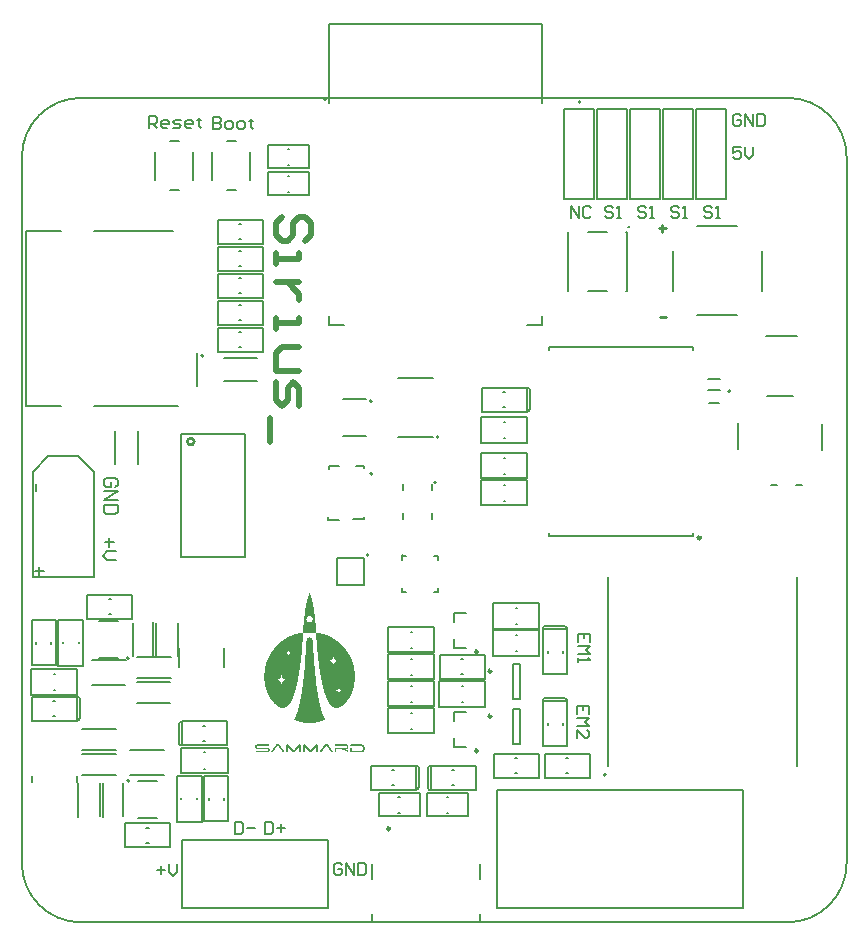
<source format=gto>
G04*
G04 #@! TF.GenerationSoftware,Altium Limited,Altium Designer,25.4.2 (15)*
G04*
G04 Layer_Color=65535*
%FSLAX25Y25*%
%MOIN*%
G70*
G04*
G04 #@! TF.SameCoordinates,4685016B-83D2-4E7D-AD2A-A819038C0A47*
G04*
G04*
G04 #@! TF.FilePolarity,Positive*
G04*
G01*
G75*
%ADD10C,0.00787*%
%ADD11C,0.00700*%
%ADD12C,0.00984*%
%ADD13C,0.01181*%
%ADD14C,0.01000*%
%ADD15C,0.00600*%
%ADD16C,0.00500*%
%ADD17C,0.01968*%
G36*
X96120Y109415D02*
X96173D01*
Y109362D01*
X96226D01*
Y109256D01*
X96279D01*
Y109150D01*
X96332D01*
Y108991D01*
X96385D01*
Y108885D01*
X96438D01*
Y108726D01*
X96491D01*
Y108620D01*
X96544D01*
Y108461D01*
X96597D01*
Y108302D01*
X96650D01*
Y108143D01*
X96703D01*
Y107984D01*
X96756D01*
Y107772D01*
X96809D01*
Y107613D01*
X96862D01*
Y107401D01*
X96915D01*
Y107189D01*
X96968D01*
Y106977D01*
X97021D01*
Y106712D01*
X97074D01*
Y106500D01*
X97127D01*
Y106235D01*
X97180D01*
Y105970D01*
X97233D01*
Y105705D01*
X97286D01*
Y105440D01*
X97339D01*
Y105122D01*
X97392D01*
Y104804D01*
X97445D01*
Y104486D01*
X97498D01*
Y104168D01*
X97551D01*
Y103797D01*
X97604D01*
Y103426D01*
X97657D01*
Y103055D01*
X97710D01*
Y102631D01*
X97763D01*
Y102207D01*
X97816D01*
Y101783D01*
X97869D01*
Y101306D01*
X97922D01*
Y100829D01*
X97975D01*
Y100299D01*
X98028D01*
Y99716D01*
X98081D01*
Y99292D01*
X98134D01*
Y98656D01*
X98187D01*
Y98020D01*
X98240D01*
Y97066D01*
X98293D01*
Y96377D01*
X98611D01*
Y96324D01*
X98982D01*
Y96271D01*
X99247D01*
Y96218D01*
X99512D01*
Y96165D01*
X99777D01*
Y96112D01*
X99989D01*
Y96059D01*
X100201D01*
Y96006D01*
X100413D01*
Y95953D01*
X100572D01*
Y95900D01*
X100731D01*
Y95847D01*
X100943D01*
Y95794D01*
X101102D01*
Y95741D01*
X101261D01*
Y95688D01*
X101420D01*
Y95635D01*
X101579D01*
Y95582D01*
X101685D01*
Y95529D01*
X101844D01*
Y95476D01*
X101950D01*
Y95423D01*
X102109D01*
Y95370D01*
X102215D01*
Y95317D01*
X102374D01*
Y95264D01*
X102480D01*
Y95211D01*
X102586D01*
Y95158D01*
X102692D01*
Y95105D01*
X102798D01*
Y95052D01*
X102957D01*
Y94999D01*
X103063D01*
Y94946D01*
X103169D01*
Y94893D01*
X103275D01*
Y94840D01*
X103328D01*
Y94787D01*
X103434D01*
Y94734D01*
X103540D01*
Y94681D01*
X103646D01*
Y94628D01*
X103752D01*
Y94575D01*
X103805D01*
Y94522D01*
X103911D01*
Y94469D01*
X104017D01*
Y94416D01*
X104070D01*
Y94363D01*
X104176D01*
Y94310D01*
X104282D01*
Y94257D01*
X104335D01*
Y94204D01*
X104441D01*
Y94151D01*
X104494D01*
Y94098D01*
X104600D01*
Y94045D01*
X104653D01*
Y93992D01*
X104759D01*
Y93939D01*
X104812D01*
Y93886D01*
X104918D01*
Y93833D01*
X104971D01*
Y93780D01*
X105024D01*
Y93727D01*
X105130D01*
Y93674D01*
X105183D01*
Y93621D01*
X105236D01*
Y93568D01*
X105342D01*
Y93515D01*
X105395D01*
Y93462D01*
X105448D01*
Y93409D01*
X105501D01*
Y93356D01*
X105607D01*
Y93303D01*
X105660D01*
Y93250D01*
X105713D01*
Y93197D01*
X105766D01*
Y93144D01*
X105872D01*
Y93091D01*
X105925D01*
Y93038D01*
X105978D01*
Y92985D01*
X106031D01*
Y92932D01*
X106084D01*
Y92879D01*
X106137D01*
Y92826D01*
X106190D01*
Y92773D01*
X106243D01*
Y92720D01*
X106349D01*
Y92667D01*
X106402D01*
Y92614D01*
X106455D01*
Y92561D01*
X106508D01*
Y92508D01*
X106561D01*
Y92455D01*
X106614D01*
Y92402D01*
X106667D01*
Y92349D01*
X106720D01*
Y92296D01*
X106773D01*
Y92243D01*
X106826D01*
Y92190D01*
X106879D01*
Y92137D01*
X106932D01*
Y92084D01*
X106985D01*
Y92031D01*
X107038D01*
Y91978D01*
X107091D01*
Y91925D01*
X107144D01*
Y91872D01*
X107197D01*
Y91766D01*
X107250D01*
Y91713D01*
X107303D01*
Y91660D01*
X107356D01*
Y91607D01*
X107409D01*
Y91554D01*
X107462D01*
Y91501D01*
X107515D01*
Y91448D01*
X107568D01*
Y91395D01*
X107621D01*
Y91289D01*
X107674D01*
Y91236D01*
X107727D01*
Y91183D01*
X107780D01*
Y91130D01*
X107833D01*
Y91077D01*
X107886D01*
Y90971D01*
X107939D01*
Y90918D01*
X107992D01*
Y90865D01*
X108045D01*
Y90759D01*
X108098D01*
Y90706D01*
X108151D01*
Y90653D01*
X108204D01*
Y90547D01*
X108257D01*
Y90494D01*
X108310D01*
Y90441D01*
X108363D01*
Y90335D01*
X108416D01*
Y90282D01*
X108469D01*
Y90229D01*
X108522D01*
Y90123D01*
X108575D01*
Y90070D01*
X108628D01*
Y89964D01*
X108681D01*
Y89911D01*
X108734D01*
Y89805D01*
X108787D01*
Y89752D01*
X108840D01*
Y89646D01*
X108893D01*
Y89593D01*
X108946D01*
Y89487D01*
X108999D01*
Y89434D01*
X109052D01*
Y89328D01*
X109105D01*
Y89222D01*
X109158D01*
Y89169D01*
X109211D01*
Y89063D01*
X109264D01*
Y88957D01*
X109317D01*
Y88851D01*
X109370D01*
Y88798D01*
X109423D01*
Y88692D01*
X109476D01*
Y88586D01*
X109529D01*
Y88480D01*
X109582D01*
Y88374D01*
X109635D01*
Y88321D01*
X109688D01*
Y88215D01*
X109741D01*
Y88109D01*
X109794D01*
Y88003D01*
X109847D01*
Y87897D01*
X109900D01*
Y87791D01*
X109953D01*
Y87632D01*
X110006D01*
Y87526D01*
X110059D01*
Y87420D01*
X110112D01*
Y87314D01*
X110165D01*
Y87208D01*
X110218D01*
Y87049D01*
X110271D01*
Y86943D01*
X110324D01*
Y86784D01*
X110377D01*
Y86678D01*
X110430D01*
Y86519D01*
X110483D01*
Y86360D01*
X110536D01*
Y86254D01*
X110589D01*
Y86095D01*
X110642D01*
Y85936D01*
X110695D01*
Y85724D01*
X110748D01*
Y85512D01*
X110801D01*
Y85247D01*
X110854D01*
Y84929D01*
X110907D01*
Y84664D01*
X110960D01*
Y84293D01*
X111013D01*
Y83922D01*
X111066D01*
Y83445D01*
X111119D01*
Y82862D01*
X111172D01*
Y80318D01*
X111119D01*
Y79788D01*
X111066D01*
Y79364D01*
X111013D01*
Y79046D01*
X110960D01*
Y78728D01*
X110907D01*
Y78463D01*
X110854D01*
Y78251D01*
X110801D01*
Y78039D01*
X110748D01*
Y77827D01*
X110695D01*
Y77615D01*
X110642D01*
Y77456D01*
X110589D01*
Y77297D01*
X110536D01*
Y77085D01*
X110483D01*
Y76979D01*
X110430D01*
Y76820D01*
X110377D01*
Y76661D01*
X110324D01*
Y76502D01*
X110271D01*
Y76396D01*
X110218D01*
Y76237D01*
X110165D01*
Y76131D01*
X110112D01*
Y76025D01*
X110059D01*
Y75919D01*
X110006D01*
Y75760D01*
X109953D01*
Y75654D01*
X109900D01*
Y75548D01*
X109847D01*
Y75442D01*
X109794D01*
Y75336D01*
X109741D01*
Y75230D01*
X109688D01*
Y75177D01*
X109635D01*
Y75071D01*
X109582D01*
Y74965D01*
X109529D01*
Y74859D01*
X109476D01*
Y74806D01*
X109423D01*
Y74700D01*
X109370D01*
Y74594D01*
X109317D01*
Y74541D01*
X109264D01*
Y74435D01*
X109211D01*
Y74382D01*
X109158D01*
Y74276D01*
X109105D01*
Y74223D01*
X109052D01*
Y74117D01*
X108999D01*
Y74064D01*
X108946D01*
Y74011D01*
X108893D01*
Y73905D01*
X108840D01*
Y73852D01*
X108787D01*
Y73799D01*
X108734D01*
Y73693D01*
X108681D01*
Y73640D01*
X108628D01*
Y73587D01*
X108575D01*
Y73534D01*
X108522D01*
Y73481D01*
X108469D01*
Y73375D01*
X108416D01*
Y73322D01*
X108363D01*
Y73269D01*
X108310D01*
Y73216D01*
X108257D01*
Y73163D01*
X108204D01*
Y73110D01*
X108151D01*
Y73057D01*
X108098D01*
Y73004D01*
X108045D01*
Y72951D01*
X107992D01*
Y72898D01*
X107939D01*
Y72845D01*
X107886D01*
Y72792D01*
X107833D01*
Y72739D01*
X107780D01*
Y72686D01*
X107727D01*
Y72633D01*
X107674D01*
Y72580D01*
X107621D01*
Y72527D01*
X107568D01*
Y72474D01*
X107515D01*
Y72421D01*
X107462D01*
Y72368D01*
X107409D01*
Y72315D01*
X107356D01*
Y72262D01*
X107250D01*
Y72209D01*
X107197D01*
Y72156D01*
X107144D01*
Y72103D01*
X107091D01*
Y72050D01*
X106985D01*
Y71997D01*
X106932D01*
Y71944D01*
X106879D01*
Y71891D01*
X106773D01*
Y71838D01*
X106720D01*
Y71785D01*
X106614D01*
Y71732D01*
X106561D01*
Y71679D01*
X106455D01*
Y71626D01*
X106402D01*
Y71573D01*
X106296D01*
Y71520D01*
X106243D01*
Y71467D01*
X106137D01*
Y71414D01*
X106031D01*
Y71361D01*
X105925D01*
Y71308D01*
X105766D01*
Y71255D01*
X105554D01*
Y71202D01*
X104759D01*
Y71255D01*
X104547D01*
Y71308D01*
X104388D01*
Y71361D01*
X104229D01*
Y71414D01*
X104123D01*
Y71467D01*
X104017D01*
Y71520D01*
X103911D01*
Y71573D01*
X103858D01*
Y71626D01*
X103752D01*
Y71679D01*
X103699D01*
Y71732D01*
X103593D01*
Y71785D01*
X103540D01*
Y71838D01*
X103487D01*
Y71891D01*
X103434D01*
Y71944D01*
X103328D01*
Y71997D01*
X103275D01*
Y72050D01*
X103222D01*
Y72103D01*
X103169D01*
Y72156D01*
X103116D01*
Y72262D01*
X103063D01*
Y72315D01*
X103010D01*
Y72368D01*
X102957D01*
Y72421D01*
X102904D01*
Y72474D01*
X102851D01*
Y72580D01*
X102798D01*
Y72633D01*
X102745D01*
Y72686D01*
X102692D01*
Y72792D01*
X102639D01*
Y72845D01*
X102586D01*
Y72951D01*
X102533D01*
Y73004D01*
X102480D01*
Y73110D01*
X102427D01*
Y73216D01*
X102374D01*
Y73269D01*
X102321D01*
Y73375D01*
X102268D01*
Y73481D01*
X102215D01*
Y73587D01*
X102162D01*
Y73693D01*
X102109D01*
Y73799D01*
X102056D01*
Y73905D01*
X102003D01*
Y74011D01*
X101950D01*
Y74117D01*
X101897D01*
Y74223D01*
X101844D01*
Y74329D01*
X101791D01*
Y74488D01*
X101738D01*
Y74594D01*
X101685D01*
Y74753D01*
X101632D01*
Y74859D01*
X101579D01*
Y75018D01*
X101526D01*
Y75124D01*
X101473D01*
Y75283D01*
X101420D01*
Y75442D01*
X101367D01*
Y75601D01*
X101314D01*
Y75707D01*
X101261D01*
Y75866D01*
X101208D01*
Y76025D01*
X101155D01*
Y76237D01*
X101102D01*
Y76396D01*
X101049D01*
Y76555D01*
X100996D01*
Y76714D01*
X100943D01*
Y76926D01*
X100890D01*
Y77085D01*
X100837D01*
Y77297D01*
X100784D01*
Y77456D01*
X100731D01*
Y77668D01*
X100678D01*
Y77880D01*
X100625D01*
Y78092D01*
X100572D01*
Y78251D01*
Y78304D01*
X100519D01*
Y78516D01*
X100466D01*
Y78728D01*
X100413D01*
Y78940D01*
X100360D01*
Y79205D01*
X100307D01*
Y79417D01*
X100254D01*
Y79682D01*
X100201D01*
Y79947D01*
X100148D01*
Y80212D01*
X100095D01*
Y80424D01*
X100042D01*
Y80742D01*
X99989D01*
Y81007D01*
X99936D01*
Y81272D01*
X99883D01*
Y81590D01*
X99830D01*
Y81855D01*
X99777D01*
Y82173D01*
X99724D01*
Y82491D01*
X99671D01*
Y82809D01*
X99618D01*
Y83127D01*
X99565D01*
Y83445D01*
X99512D01*
Y83816D01*
X99459D01*
Y84187D01*
X99406D01*
Y84558D01*
X99353D01*
Y84929D01*
X99300D01*
Y85300D01*
X99247D01*
Y85724D01*
X99194D01*
Y86095D01*
X99141D01*
Y86519D01*
X99088D01*
Y86996D01*
X99035D01*
Y87420D01*
X98982D01*
Y87897D01*
X98929D01*
Y88374D01*
X98876D01*
Y88904D01*
X98823D01*
Y89434D01*
X98770D01*
Y89964D01*
X98717D01*
Y90547D01*
X98664D01*
Y91130D01*
X98611D01*
Y91766D01*
X98558D01*
Y92455D01*
X98505D01*
Y93144D01*
X98452D01*
Y93886D01*
X98399D01*
Y94734D01*
X98346D01*
Y95688D01*
X98293D01*
Y96377D01*
X93947D01*
Y97172D01*
X94000D01*
Y98073D01*
X94053D01*
Y98762D01*
X94106D01*
Y99345D01*
X94159D01*
Y99822D01*
X94212D01*
Y100352D01*
X94265D01*
Y100882D01*
X94318D01*
Y101359D01*
X94371D01*
Y101836D01*
X94424D01*
Y102260D01*
X94477D01*
Y102684D01*
X94530D01*
Y103108D01*
X94583D01*
Y103479D01*
X94636D01*
Y103850D01*
X94689D01*
Y104221D01*
X94742D01*
Y104539D01*
X94795D01*
Y104857D01*
X94848D01*
Y105175D01*
X94901D01*
Y105440D01*
X94954D01*
Y105758D01*
X95007D01*
Y106023D01*
X95060D01*
Y106288D01*
X95113D01*
Y106553D01*
X95166D01*
Y106765D01*
X95219D01*
Y106977D01*
X95272D01*
Y107189D01*
X95325D01*
Y107401D01*
X95378D01*
Y107613D01*
X95431D01*
Y107825D01*
X95484D01*
Y107984D01*
X95537D01*
Y108143D01*
X95590D01*
Y108302D01*
X95643D01*
Y108408D01*
Y108461D01*
X95696D01*
Y108620D01*
X95749D01*
Y108779D01*
X95802D01*
Y108885D01*
X95855D01*
Y109044D01*
X95908D01*
Y109150D01*
X95961D01*
Y109256D01*
X96014D01*
Y109362D01*
X96067D01*
Y109468D01*
X96120D01*
Y109415D01*
D02*
G37*
G36*
X93947Y95794D02*
X93894D01*
Y94840D01*
X93841D01*
Y93992D01*
X93788D01*
Y93250D01*
X93735D01*
Y92508D01*
X93682D01*
Y91872D01*
X93629D01*
Y91236D01*
X93576D01*
Y90600D01*
X93523D01*
Y90017D01*
X93470D01*
Y89487D01*
X93417D01*
Y88957D01*
X93364D01*
Y88427D01*
X93311D01*
Y87950D01*
X93258D01*
Y87473D01*
X93205D01*
Y87049D01*
X93152D01*
Y86572D01*
X93099D01*
Y86148D01*
X93046D01*
Y85777D01*
X92993D01*
Y85353D01*
X92940D01*
Y84982D01*
X92887D01*
Y84558D01*
X92834D01*
Y84240D01*
X92781D01*
Y83869D01*
X92728D01*
Y83498D01*
X92675D01*
Y83180D01*
X92622D01*
Y82862D01*
X92569D01*
Y82491D01*
X92516D01*
Y82226D01*
X92463D01*
Y81908D01*
X92410D01*
Y81590D01*
X92357D01*
Y81325D01*
X92304D01*
Y81007D01*
X92251D01*
Y80742D01*
X92198D01*
Y80477D01*
X92145D01*
Y80212D01*
X92092D01*
Y79947D01*
X92039D01*
Y79735D01*
X91986D01*
Y79470D01*
X91933D01*
Y79205D01*
X91880D01*
Y78993D01*
X91827D01*
Y78781D01*
X91774D01*
Y78516D01*
X91721D01*
Y78304D01*
X91668D01*
Y78092D01*
X91615D01*
Y77880D01*
X91562D01*
Y77721D01*
X91509D01*
Y77509D01*
X91456D01*
Y77297D01*
X91403D01*
Y77138D01*
X91350D01*
Y76926D01*
X91297D01*
Y76767D01*
X91244D01*
Y76555D01*
X91191D01*
Y76396D01*
X91138D01*
Y76237D01*
X91085D01*
Y76078D01*
X91032D01*
Y75919D01*
X90979D01*
Y75760D01*
X90926D01*
Y75601D01*
X90873D01*
Y75442D01*
X90820D01*
Y75283D01*
X90767D01*
Y75177D01*
X90714D01*
Y75018D01*
X90661D01*
Y74859D01*
X90608D01*
Y74753D01*
X90555D01*
Y74594D01*
X90502D01*
Y74488D01*
X90449D01*
Y74382D01*
X90396D01*
Y74223D01*
X90343D01*
Y74117D01*
X90290D01*
Y74011D01*
X90237D01*
Y73905D01*
X90184D01*
Y73799D01*
X90131D01*
Y73693D01*
X90078D01*
Y73587D01*
X90025D01*
Y73481D01*
X89972D01*
Y73375D01*
X89919D01*
Y73269D01*
X89866D01*
Y73216D01*
X89813D01*
Y73110D01*
X89760D01*
Y73004D01*
X89707D01*
Y72951D01*
X89654D01*
Y72845D01*
X89601D01*
Y72792D01*
X89548D01*
Y72686D01*
X89495D01*
Y72633D01*
X89442D01*
Y72580D01*
X89389D01*
Y72474D01*
X89336D01*
Y72421D01*
X89283D01*
Y72368D01*
X89230D01*
Y72315D01*
X89177D01*
Y72262D01*
X89124D01*
Y72209D01*
X89071D01*
Y72103D01*
X89018D01*
Y72050D01*
X88912D01*
Y71997D01*
X88859D01*
Y71944D01*
X88806D01*
Y71891D01*
X88753D01*
Y71838D01*
X88700D01*
Y71785D01*
X88647D01*
Y71732D01*
X88541D01*
Y71679D01*
X88488D01*
Y71626D01*
X88382D01*
Y71573D01*
X88329D01*
Y71520D01*
X88223D01*
Y71467D01*
X88117D01*
Y71414D01*
X88011D01*
Y71361D01*
X87852D01*
Y71308D01*
X87693D01*
Y71255D01*
X87481D01*
Y71202D01*
X86686D01*
Y71255D01*
X86474D01*
Y71308D01*
X86315D01*
Y71361D01*
X86209D01*
Y71414D01*
X86103D01*
Y71467D01*
X85997D01*
Y71520D01*
X85891D01*
Y71573D01*
X85838D01*
Y71626D01*
X85785D01*
Y71679D01*
X85679D01*
Y71732D01*
X85626D01*
Y71785D01*
X85520D01*
Y71838D01*
X85467D01*
Y71891D01*
X85361D01*
Y71944D01*
X85308D01*
Y71997D01*
X85255D01*
Y72050D01*
X85149D01*
Y72103D01*
X85096D01*
Y72156D01*
X85043D01*
Y72209D01*
X84990D01*
Y72262D01*
X84884D01*
Y72315D01*
X84831D01*
Y72368D01*
X84778D01*
Y72421D01*
X84725D01*
Y72474D01*
X84672D01*
Y72527D01*
X84619D01*
Y72580D01*
X84566D01*
Y72633D01*
X84513D01*
Y72686D01*
X84407D01*
Y72739D01*
X84354D01*
Y72792D01*
X84301D01*
Y72845D01*
X84248D01*
Y72898D01*
X84195D01*
Y72951D01*
X84142D01*
Y73057D01*
X84089D01*
Y73110D01*
X84036D01*
Y73163D01*
X83983D01*
Y73216D01*
X83930D01*
Y73269D01*
X83877D01*
Y73322D01*
X83824D01*
Y73375D01*
X83771D01*
Y73428D01*
X83718D01*
Y73534D01*
X83665D01*
Y73587D01*
X83612D01*
Y73640D01*
X83559D01*
Y73693D01*
X83506D01*
Y73799D01*
X83453D01*
Y73852D01*
X83400D01*
Y73905D01*
X83347D01*
Y74011D01*
X83294D01*
Y74064D01*
X83241D01*
Y74117D01*
X83188D01*
Y74223D01*
X83135D01*
Y74276D01*
X83082D01*
Y74382D01*
X83029D01*
Y74435D01*
X82976D01*
Y74541D01*
X82923D01*
Y74594D01*
X82870D01*
Y74700D01*
X82817D01*
Y74806D01*
X82764D01*
Y74859D01*
X82711D01*
Y74965D01*
X82658D01*
Y75071D01*
X82605D01*
Y75124D01*
X82552D01*
Y75230D01*
X82499D01*
Y75336D01*
X82446D01*
Y75442D01*
X82393D01*
Y75548D01*
X82340D01*
Y75654D01*
X82287D01*
Y75760D01*
X82234D01*
Y75866D01*
X82181D01*
Y75972D01*
X82128D01*
Y76131D01*
X82075D01*
Y76237D01*
X82022D01*
Y76396D01*
X81969D01*
Y76502D01*
X81916D01*
Y76661D01*
X81863D01*
Y76767D01*
X81810D01*
Y76926D01*
X81757D01*
Y77085D01*
X81704D01*
Y77244D01*
X81651D01*
Y77403D01*
X81598D01*
Y77615D01*
X81545D01*
Y77774D01*
X81492D01*
Y77986D01*
X81439D01*
Y78198D01*
X81386D01*
Y78463D01*
X81333D01*
Y78728D01*
X81280D01*
Y78993D01*
X81227D01*
Y79311D01*
X81174D01*
Y79735D01*
X81121D01*
Y80265D01*
X81068D01*
Y81378D01*
X81015D01*
Y81749D01*
X81068D01*
Y82915D01*
X81121D01*
Y83498D01*
X81174D01*
Y83975D01*
X81227D01*
Y84346D01*
X81280D01*
Y84664D01*
X81333D01*
Y84982D01*
X81386D01*
Y85247D01*
X81439D01*
Y85565D01*
X81492D01*
Y85777D01*
X81545D01*
Y85936D01*
X81598D01*
Y86095D01*
X81651D01*
Y86254D01*
X81704D01*
Y86413D01*
X81757D01*
Y86519D01*
X81810D01*
Y86678D01*
X81863D01*
Y86837D01*
X81916D01*
Y86943D01*
X81969D01*
Y87049D01*
X82022D01*
Y87208D01*
X82075D01*
Y87314D01*
X82128D01*
Y87420D01*
X82181D01*
Y87579D01*
X82234D01*
Y87685D01*
X82287D01*
Y87791D01*
X82340D01*
Y87897D01*
X82393D01*
Y88003D01*
X82446D01*
Y88109D01*
X82499D01*
Y88215D01*
X82552D01*
Y88321D01*
X82605D01*
Y88427D01*
X82658D01*
Y88480D01*
X82711D01*
Y88586D01*
X82764D01*
Y88692D01*
X82817D01*
Y88798D01*
X82870D01*
Y88904D01*
X82923D01*
Y88957D01*
X82976D01*
Y89063D01*
X83029D01*
Y89169D01*
X83082D01*
Y89222D01*
X83135D01*
Y89328D01*
X83188D01*
Y89434D01*
X83241D01*
Y89487D01*
X83294D01*
Y89593D01*
X83347D01*
Y89646D01*
X83400D01*
Y89752D01*
X83453D01*
Y89805D01*
X83506D01*
Y89911D01*
X83559D01*
Y89964D01*
X83612D01*
Y90070D01*
X83665D01*
Y90123D01*
X83718D01*
Y90229D01*
X83771D01*
Y90282D01*
X83824D01*
Y90388D01*
X83877D01*
Y90441D01*
X83930D01*
Y90494D01*
X83983D01*
Y90600D01*
X84036D01*
Y90653D01*
X84089D01*
Y90706D01*
X84142D01*
Y90812D01*
X84195D01*
Y90865D01*
X84248D01*
Y90918D01*
X84301D01*
Y90971D01*
X84354D01*
Y91077D01*
X84407D01*
Y91130D01*
X84460D01*
Y91183D01*
X84513D01*
Y91236D01*
X84566D01*
Y91342D01*
X84619D01*
Y91395D01*
X84672D01*
Y91448D01*
X84725D01*
Y91501D01*
X84778D01*
Y91554D01*
X84831D01*
Y91607D01*
X84884D01*
Y91660D01*
X84937D01*
Y91766D01*
X84990D01*
Y91819D01*
X85043D01*
Y91872D01*
X85096D01*
Y91925D01*
X85149D01*
Y91978D01*
X85202D01*
Y92031D01*
X85255D01*
Y92084D01*
X85308D01*
Y92137D01*
X85361D01*
Y92190D01*
X85414D01*
Y92243D01*
X85467D01*
Y92296D01*
X85520D01*
Y92349D01*
X85573D01*
Y92402D01*
X85626D01*
Y92455D01*
X85679D01*
Y92508D01*
X85732D01*
Y92561D01*
X85785D01*
Y92614D01*
X85838D01*
Y92667D01*
X85891D01*
Y92720D01*
X85944D01*
Y92773D01*
X85997D01*
Y92826D01*
X86103D01*
Y92879D01*
X86156D01*
Y92932D01*
X86209D01*
Y92985D01*
X86262D01*
Y93038D01*
X86315D01*
Y93091D01*
X86368D01*
Y93144D01*
X86474D01*
Y93197D01*
X86527D01*
Y93250D01*
X86580D01*
Y93303D01*
X86633D01*
Y93356D01*
X86686D01*
Y93409D01*
X86792D01*
Y93462D01*
X86845D01*
Y93515D01*
X86898D01*
Y93568D01*
X87004D01*
Y93621D01*
X87057D01*
Y93674D01*
X87110D01*
Y93727D01*
X87216D01*
Y93780D01*
X87269D01*
Y93833D01*
X87322D01*
Y93886D01*
X87428D01*
Y93939D01*
X87481D01*
Y93992D01*
X87587D01*
Y94045D01*
X87640D01*
Y94098D01*
X87746D01*
Y94151D01*
X87799D01*
Y94204D01*
X87905D01*
Y94257D01*
X87958D01*
Y94310D01*
X88064D01*
Y94363D01*
X88117D01*
Y94416D01*
X88223D01*
Y94469D01*
X88329D01*
Y94522D01*
X88382D01*
Y94575D01*
X88488D01*
Y94628D01*
X88594D01*
Y94681D01*
X88700D01*
Y94734D01*
X88806D01*
Y94787D01*
X88859D01*
Y94840D01*
X88965D01*
Y94893D01*
X89071D01*
Y94946D01*
X89177D01*
Y94999D01*
X89283D01*
Y95052D01*
X89389D01*
Y95105D01*
X89548D01*
Y95158D01*
X89654D01*
Y95211D01*
X89760D01*
Y95264D01*
X89866D01*
Y95317D01*
X90025D01*
Y95370D01*
X90131D01*
Y95423D01*
X90237D01*
Y95476D01*
X90396D01*
Y95529D01*
X90555D01*
Y95582D01*
X90661D01*
Y95635D01*
X90820D01*
Y95688D01*
X90979D01*
Y95741D01*
X91138D01*
Y95794D01*
X91297D01*
Y95847D01*
X91456D01*
Y95900D01*
X91668D01*
Y95953D01*
X91827D01*
Y96006D01*
X92039D01*
Y96059D01*
X92251D01*
Y96112D01*
X92463D01*
Y96165D01*
X92728D01*
Y96218D01*
X92993D01*
Y96271D01*
X93258D01*
Y96324D01*
X93576D01*
Y96377D01*
X93947D01*
Y95794D01*
D02*
G37*
G36*
X96332Y94681D02*
X96491D01*
Y94628D01*
X96597D01*
Y94575D01*
X96650D01*
Y94522D01*
X96703D01*
Y94469D01*
X96809D01*
Y94363D01*
X96862D01*
Y94310D01*
X96915D01*
Y94257D01*
X96968D01*
Y94151D01*
X97021D01*
Y94045D01*
X97074D01*
Y93886D01*
X97127D01*
Y93727D01*
X97180D01*
Y93197D01*
X97233D01*
Y92190D01*
X97286D01*
Y91236D01*
X97339D01*
Y90335D01*
X97392D01*
Y89487D01*
X97445D01*
Y88692D01*
X97498D01*
Y87897D01*
X97551D01*
Y87208D01*
X97604D01*
Y86519D01*
X97657D01*
Y85830D01*
X97710D01*
Y85194D01*
X97763D01*
Y84558D01*
X97816D01*
Y83975D01*
X97869D01*
Y83445D01*
X97922D01*
Y82862D01*
X97975D01*
Y82332D01*
X98028D01*
Y81855D01*
X98081D01*
Y81325D01*
X98134D01*
Y80848D01*
X98187D01*
Y80424D01*
X98240D01*
Y79947D01*
X98293D01*
Y79523D01*
X98346D01*
Y79099D01*
X98399D01*
Y78675D01*
X98452D01*
Y78304D01*
X98505D01*
Y77880D01*
X98558D01*
Y77509D01*
X98611D01*
Y77191D01*
X98664D01*
Y76820D01*
X98717D01*
Y76449D01*
X98770D01*
Y76131D01*
X98823D01*
Y75813D01*
X98876D01*
Y75495D01*
X98929D01*
Y75177D01*
X98982D01*
Y74859D01*
X99035D01*
Y74594D01*
X99088D01*
Y74329D01*
X99141D01*
Y74011D01*
X99194D01*
Y73746D01*
X99247D01*
Y73481D01*
X99300D01*
Y73216D01*
X99353D01*
Y73004D01*
X99406D01*
Y72739D01*
X99459D01*
Y72527D01*
X99512D01*
Y72262D01*
X99565D01*
Y72050D01*
X99618D01*
Y71838D01*
X99671D01*
Y71626D01*
X99724D01*
Y71414D01*
X99777D01*
Y71202D01*
X99830D01*
Y71043D01*
X99883D01*
Y70831D01*
X99936D01*
Y70619D01*
X99989D01*
Y70460D01*
X100042D01*
Y70301D01*
X100095D01*
Y70089D01*
X100148D01*
Y69930D01*
X100201D01*
Y69771D01*
X100254D01*
Y69612D01*
X100307D01*
Y69506D01*
X100360D01*
Y69347D01*
X100413D01*
Y69188D01*
X100466D01*
Y69082D01*
X100519D01*
Y68923D01*
X100572D01*
Y68817D01*
X100625D01*
Y68658D01*
X100678D01*
Y68552D01*
X100731D01*
Y68446D01*
X100784D01*
Y68340D01*
X100837D01*
Y68234D01*
X100890D01*
Y68128D01*
X100943D01*
Y68022D01*
X100996D01*
Y67916D01*
X101049D01*
Y67863D01*
X101102D01*
Y67757D01*
X101155D01*
Y67704D01*
X101208D01*
Y67598D01*
X101261D01*
Y67386D01*
X101208D01*
Y67280D01*
X101102D01*
Y67227D01*
X100996D01*
Y67174D01*
X100837D01*
Y67121D01*
X100731D01*
Y67068D01*
X100572D01*
Y67015D01*
X100466D01*
Y66962D01*
X100307D01*
Y66909D01*
X100148D01*
Y66856D01*
X99989D01*
Y66803D01*
X99830D01*
Y66750D01*
X99671D01*
Y66697D01*
X99512D01*
Y66644D01*
X99300D01*
Y66591D01*
X99088D01*
Y66538D01*
X98876D01*
Y66485D01*
X98664D01*
Y66432D01*
X98346D01*
Y66379D01*
X98028D01*
Y66326D01*
X97604D01*
Y66273D01*
X94636D01*
Y66326D01*
X94212D01*
Y66379D01*
X93841D01*
Y66432D01*
X93576D01*
Y66485D01*
X93364D01*
Y66538D01*
X93152D01*
Y66591D01*
X92940D01*
Y66644D01*
X92728D01*
Y66697D01*
X92569D01*
Y66750D01*
X92410D01*
Y66803D01*
X92251D01*
Y66856D01*
X92092D01*
Y66909D01*
X91933D01*
Y66962D01*
X91774D01*
Y67015D01*
X91668D01*
Y67068D01*
X91509D01*
Y67121D01*
X91350D01*
Y67174D01*
X91244D01*
Y67227D01*
X91138D01*
Y67280D01*
X91032D01*
Y67386D01*
X90979D01*
Y67598D01*
X91032D01*
Y67704D01*
X91085D01*
Y67757D01*
X91138D01*
Y67863D01*
X91191D01*
Y67969D01*
X91244D01*
Y68022D01*
X91297D01*
Y68128D01*
X91350D01*
Y68234D01*
X91403D01*
Y68340D01*
X91456D01*
Y68446D01*
X91509D01*
Y68552D01*
X91562D01*
Y68711D01*
X91615D01*
Y68817D01*
X91668D01*
Y68923D01*
X91721D01*
Y69082D01*
X91774D01*
Y69188D01*
X91827D01*
Y69347D01*
X91880D01*
Y69506D01*
X91933D01*
Y69665D01*
X91986D01*
Y69824D01*
X92039D01*
Y69983D01*
X92092D01*
Y70142D01*
X92145D01*
Y70301D01*
X92198D01*
Y70460D01*
X92251D01*
Y70672D01*
X92304D01*
Y70831D01*
X92357D01*
Y71043D01*
X92410D01*
Y71255D01*
X92463D01*
Y71414D01*
X92516D01*
Y71626D01*
X92569D01*
Y71838D01*
X92622D01*
Y72103D01*
X92675D01*
Y72315D01*
X92728D01*
Y72527D01*
X92781D01*
Y72792D01*
X92834D01*
Y73004D01*
X92887D01*
Y73269D01*
X92940D01*
Y73534D01*
X92993D01*
Y73799D01*
X93046D01*
Y74064D01*
X93099D01*
Y74329D01*
X93152D01*
Y74647D01*
X93205D01*
Y74912D01*
X93258D01*
Y75230D01*
X93311D01*
Y75548D01*
X93364D01*
Y75866D01*
X93417D01*
Y76184D01*
X93470D01*
Y76502D01*
X93523D01*
Y76873D01*
X93576D01*
Y77191D01*
X93629D01*
Y77562D01*
X93682D01*
Y77933D01*
X93735D01*
Y78357D01*
X93788D01*
Y78728D01*
X93841D01*
Y79152D01*
X93894D01*
Y79576D01*
X93947D01*
Y80000D01*
X94000D01*
Y80477D01*
X94053D01*
Y80901D01*
X94106D01*
Y81378D01*
X94159D01*
Y81908D01*
X94212D01*
Y82385D01*
X94265D01*
Y82915D01*
X94318D01*
Y83498D01*
X94371D01*
Y84028D01*
X94424D01*
Y84558D01*
Y84611D01*
Y84664D01*
X94477D01*
Y85247D01*
X94530D01*
Y85883D01*
X94583D01*
Y86572D01*
X94636D01*
Y87261D01*
X94689D01*
Y88003D01*
X94742D01*
Y88745D01*
X94795D01*
Y89593D01*
X94848D01*
Y90441D01*
X94901D01*
Y91342D01*
X94954D01*
Y92296D01*
X95007D01*
Y93303D01*
X95060D01*
Y93727D01*
X95113D01*
Y93939D01*
X95166D01*
Y94045D01*
X95219D01*
Y94151D01*
X95272D01*
Y94257D01*
X95325D01*
Y94310D01*
X95378D01*
Y94416D01*
X95431D01*
Y94469D01*
X95484D01*
Y94522D01*
X95590D01*
Y94575D01*
X95643D01*
Y94628D01*
X95749D01*
Y94681D01*
X95908D01*
Y94734D01*
X96332D01*
Y94681D01*
D02*
G37*
G36*
X98611Y59012D02*
X98717D01*
Y58959D01*
X98770D01*
Y58906D01*
X98823D01*
Y58853D01*
X98876D01*
Y58694D01*
X98929D01*
Y56627D01*
X98876D01*
Y56574D01*
X98823D01*
Y56521D01*
X98770D01*
Y56468D01*
X98558D01*
Y56521D01*
X98452D01*
Y56574D01*
X98399D01*
Y58217D01*
X98346D01*
Y58323D01*
X98293D01*
Y58270D01*
X98240D01*
Y58217D01*
X98187D01*
Y58164D01*
X98134D01*
Y58058D01*
X98081D01*
Y58005D01*
X98028D01*
Y57952D01*
X97975D01*
Y57899D01*
X97922D01*
Y57846D01*
X97869D01*
Y57793D01*
X97816D01*
Y57740D01*
X97763D01*
Y57634D01*
X97710D01*
Y57581D01*
X97657D01*
Y57528D01*
X97604D01*
Y57475D01*
X97551D01*
Y57422D01*
X97498D01*
Y57369D01*
X97445D01*
Y57316D01*
X97392D01*
Y57263D01*
X97339D01*
Y57157D01*
X97286D01*
Y57104D01*
X97233D01*
Y57051D01*
X97180D01*
Y56998D01*
X97127D01*
Y56945D01*
X97074D01*
Y56892D01*
X97021D01*
Y56839D01*
X96968D01*
Y56733D01*
X96915D01*
Y56680D01*
X96862D01*
Y56627D01*
X96809D01*
Y56574D01*
X96703D01*
Y56521D01*
X96597D01*
Y56468D01*
X96279D01*
Y56521D01*
X96120D01*
Y56574D01*
X96067D01*
Y56627D01*
X96014D01*
Y56680D01*
X95961D01*
Y56733D01*
X95908D01*
Y56786D01*
X95855D01*
Y56839D01*
X95802D01*
Y56892D01*
X95749D01*
Y56945D01*
X95696D01*
Y56998D01*
X95643D01*
Y57104D01*
X95590D01*
Y57157D01*
X95537D01*
Y57210D01*
X95484D01*
Y57263D01*
X95431D01*
Y57316D01*
X95378D01*
Y57369D01*
X95325D01*
Y57422D01*
X95272D01*
Y57475D01*
X95219D01*
Y57581D01*
X95166D01*
Y57634D01*
X95113D01*
Y57687D01*
X95060D01*
Y57740D01*
X95007D01*
Y57793D01*
X94954D01*
Y57846D01*
X94901D01*
Y57899D01*
X94848D01*
Y58005D01*
X94795D01*
Y58058D01*
X94742D01*
Y58111D01*
X94689D01*
Y58164D01*
X94636D01*
Y58217D01*
X94583D01*
Y58270D01*
X94530D01*
Y58323D01*
X94477D01*
Y56680D01*
X94424D01*
Y56574D01*
X94371D01*
Y56521D01*
X94265D01*
Y56468D01*
X94106D01*
Y56521D01*
X94000D01*
Y56574D01*
X93947D01*
Y56680D01*
X93894D01*
Y58641D01*
X93947D01*
Y58800D01*
X94000D01*
Y58906D01*
X94053D01*
Y58959D01*
X94106D01*
Y59012D01*
X94212D01*
Y59065D01*
X94583D01*
Y59012D01*
X94689D01*
Y58959D01*
X94742D01*
Y58906D01*
X94795D01*
Y58853D01*
X94848D01*
Y58800D01*
X94901D01*
Y58747D01*
X94954D01*
Y58694D01*
X95007D01*
Y58641D01*
X95060D01*
Y58588D01*
X95113D01*
Y58535D01*
X95166D01*
Y58482D01*
X95219D01*
Y58376D01*
X95272D01*
Y58323D01*
X95325D01*
Y58270D01*
X95378D01*
Y58217D01*
X95431D01*
Y58164D01*
X95484D01*
Y58111D01*
X95537D01*
Y58058D01*
X95590D01*
Y57952D01*
X95643D01*
Y57899D01*
X95696D01*
Y57846D01*
X95749D01*
Y57793D01*
X95802D01*
Y57740D01*
X95855D01*
Y57687D01*
X95908D01*
Y57634D01*
X95961D01*
Y57528D01*
X96014D01*
Y57475D01*
X96067D01*
Y57422D01*
X96120D01*
Y57369D01*
X96173D01*
Y57316D01*
X96226D01*
Y57263D01*
X96279D01*
Y57210D01*
X96332D01*
Y57157D01*
X96491D01*
Y57210D01*
X96544D01*
Y57263D01*
X96597D01*
Y57316D01*
X96650D01*
Y57369D01*
X96703D01*
Y57422D01*
X96756D01*
Y57475D01*
X96809D01*
Y57528D01*
X96862D01*
Y57581D01*
X96915D01*
Y57634D01*
X96968D01*
Y57740D01*
X97021D01*
Y57793D01*
X97074D01*
Y57846D01*
X97127D01*
Y57899D01*
X97180D01*
Y57952D01*
X97233D01*
Y58005D01*
X97286D01*
Y58058D01*
X97339D01*
Y58164D01*
X97392D01*
Y58217D01*
X97445D01*
Y58270D01*
X97498D01*
Y58323D01*
X97551D01*
Y58376D01*
X97604D01*
Y58429D01*
X97657D01*
Y58482D01*
X97710D01*
Y58588D01*
X97763D01*
Y58641D01*
X97816D01*
Y58694D01*
X97869D01*
Y58747D01*
X97922D01*
Y58800D01*
X97975D01*
Y58853D01*
X98028D01*
Y58906D01*
X98081D01*
Y58959D01*
X98134D01*
Y59012D01*
X98240D01*
Y59065D01*
X98611D01*
Y59012D01*
D02*
G37*
G36*
X92940D02*
X93046D01*
Y58959D01*
X93152D01*
Y58853D01*
X93205D01*
Y58800D01*
X93258D01*
Y58588D01*
X93311D01*
Y56680D01*
X93258D01*
Y56574D01*
X93205D01*
Y56521D01*
X93099D01*
Y56468D01*
X92887D01*
Y56521D01*
X92834D01*
Y56574D01*
X92781D01*
Y56627D01*
X92728D01*
Y58323D01*
X92675D01*
Y58270D01*
X92622D01*
Y58217D01*
X92569D01*
Y58164D01*
X92516D01*
Y58111D01*
X92463D01*
Y58058D01*
X92410D01*
Y58005D01*
X92357D01*
Y57952D01*
X92304D01*
Y57899D01*
Y57846D01*
X92251D01*
Y57793D01*
X92198D01*
Y57740D01*
X92145D01*
Y57687D01*
X92092D01*
Y57634D01*
X92039D01*
Y57581D01*
X91986D01*
Y57528D01*
X91933D01*
Y57422D01*
X91880D01*
Y57369D01*
X91827D01*
Y57316D01*
X91774D01*
Y57263D01*
X91721D01*
Y57210D01*
X91668D01*
Y57157D01*
X91615D01*
Y57104D01*
X91562D01*
Y57051D01*
X91509D01*
Y56945D01*
X91456D01*
Y56892D01*
X91403D01*
Y56839D01*
X91350D01*
Y56786D01*
X91297D01*
Y56733D01*
X91244D01*
Y56680D01*
X91191D01*
Y56627D01*
X91138D01*
Y56574D01*
X91085D01*
Y56521D01*
X90926D01*
Y56468D01*
X90608D01*
Y56521D01*
X90449D01*
Y56574D01*
X90396D01*
Y56627D01*
X90343D01*
Y56680D01*
X90290D01*
Y56733D01*
X90237D01*
Y56786D01*
X90184D01*
Y56892D01*
X90131D01*
Y56945D01*
X90078D01*
Y56998D01*
X90025D01*
Y57051D01*
X89972D01*
Y57104D01*
X89919D01*
Y57157D01*
X89866D01*
Y57210D01*
X89813D01*
Y57316D01*
X89760D01*
Y57369D01*
X89707D01*
Y57422D01*
X89654D01*
Y57475D01*
X89601D01*
Y57528D01*
X89548D01*
Y57581D01*
X89495D01*
Y57634D01*
X89442D01*
Y57687D01*
X89389D01*
Y57793D01*
X89336D01*
Y57846D01*
X89283D01*
Y57899D01*
X89230D01*
Y57952D01*
X89177D01*
Y58005D01*
X89124D01*
Y58058D01*
X89071D01*
Y58111D01*
X89018D01*
Y58217D01*
X88965D01*
Y58270D01*
X88912D01*
Y58323D01*
X88859D01*
Y58270D01*
X88806D01*
Y56627D01*
X88753D01*
Y56521D01*
X88647D01*
Y56468D01*
X88435D01*
Y56521D01*
X88382D01*
Y56574D01*
X88329D01*
Y56627D01*
X88276D01*
Y58747D01*
X88329D01*
Y58853D01*
X88382D01*
Y58906D01*
X88435D01*
Y58959D01*
X88488D01*
Y59012D01*
X88594D01*
Y59065D01*
X88912D01*
Y59012D01*
X89018D01*
Y58959D01*
X89124D01*
Y58906D01*
X89177D01*
Y58853D01*
X89230D01*
Y58800D01*
X89283D01*
Y58747D01*
X89336D01*
Y58694D01*
X89389D01*
Y58588D01*
X89442D01*
Y58535D01*
X89495D01*
Y58482D01*
X89548D01*
Y58429D01*
X89601D01*
Y58376D01*
X89654D01*
Y58323D01*
X89707D01*
Y58270D01*
X89760D01*
Y58164D01*
X89813D01*
Y58111D01*
X89866D01*
Y58058D01*
X89919D01*
Y58005D01*
X89972D01*
Y57952D01*
X90025D01*
Y57899D01*
X90078D01*
Y57846D01*
X90131D01*
Y57740D01*
X90184D01*
Y57687D01*
X90237D01*
Y57634D01*
X90290D01*
Y57581D01*
X90343D01*
Y57528D01*
X90396D01*
Y57475D01*
X90449D01*
Y57422D01*
X90502D01*
Y57369D01*
X90555D01*
Y57263D01*
X90608D01*
Y57210D01*
X90714D01*
Y57157D01*
X90873D01*
Y57210D01*
X90926D01*
Y57263D01*
X90979D01*
Y57316D01*
X91032D01*
Y57369D01*
X91085D01*
Y57422D01*
X91138D01*
Y57475D01*
X91191D01*
Y57581D01*
X91244D01*
Y57634D01*
X91297D01*
Y57687D01*
X91350D01*
Y57740D01*
X91403D01*
Y57793D01*
X91456D01*
Y57846D01*
X91509D01*
Y57899D01*
X91562D01*
Y58005D01*
X91615D01*
Y58058D01*
X91668D01*
Y58111D01*
X91721D01*
Y58164D01*
X91774D01*
Y58217D01*
X91827D01*
Y58270D01*
X91880D01*
Y58323D01*
X91933D01*
Y58429D01*
X91986D01*
Y58482D01*
X92039D01*
Y58535D01*
X92092D01*
Y58588D01*
X92145D01*
Y58641D01*
X92198D01*
Y58694D01*
X92251D01*
Y58747D01*
X92304D01*
Y58853D01*
X92357D01*
Y58906D01*
X92410D01*
Y58959D01*
X92516D01*
Y59012D01*
X92622D01*
Y59065D01*
X92940D01*
Y59012D01*
D02*
G37*
G36*
X113663D02*
X113822D01*
Y58959D01*
X113928D01*
Y58906D01*
X114034D01*
Y58853D01*
X114087D01*
Y58800D01*
X114140D01*
Y58747D01*
X114193D01*
Y58694D01*
X114246D01*
Y58641D01*
X114299D01*
Y58535D01*
X114352D01*
Y58482D01*
X114405D01*
Y58376D01*
X114458D01*
Y58217D01*
X114511D01*
Y57952D01*
X114564D01*
Y57581D01*
X114511D01*
Y57316D01*
X114458D01*
Y57210D01*
X114405D01*
Y57051D01*
X114352D01*
Y56998D01*
X114299D01*
Y56892D01*
X114246D01*
Y56839D01*
X114193D01*
Y56786D01*
X114140D01*
Y56733D01*
X114087D01*
Y56680D01*
X114034D01*
Y56627D01*
X113928D01*
Y56574D01*
X113822D01*
Y56521D01*
X113663D01*
Y56468D01*
X109847D01*
Y56521D01*
X109794D01*
Y56574D01*
X109741D01*
Y56680D01*
X109688D01*
Y57846D01*
X109741D01*
Y57952D01*
X109794D01*
Y58005D01*
X109847D01*
Y58058D01*
X110059D01*
Y58005D01*
X110165D01*
Y57952D01*
X110218D01*
Y57846D01*
X110271D01*
Y57051D01*
X113610D01*
Y57104D01*
X113716D01*
Y57157D01*
X113769D01*
Y57210D01*
X113822D01*
Y57263D01*
X113875D01*
Y57316D01*
X113928D01*
Y57422D01*
X113981D01*
Y57634D01*
X114034D01*
Y57899D01*
X113981D01*
Y58111D01*
X113928D01*
Y58217D01*
X113875D01*
Y58270D01*
X113822D01*
Y58323D01*
X113769D01*
Y58376D01*
X113716D01*
Y58429D01*
X113610D01*
Y58482D01*
X113398D01*
Y58535D01*
X109794D01*
Y58588D01*
X109741D01*
Y58694D01*
X109688D01*
Y58906D01*
X109741D01*
Y58959D01*
X109794D01*
Y59012D01*
X109847D01*
Y59065D01*
X113663D01*
Y59012D01*
D02*
G37*
G36*
X108469D02*
X108628D01*
Y58959D01*
X108734D01*
Y58906D01*
X108787D01*
Y58853D01*
X108840D01*
Y58800D01*
X108893D01*
Y58747D01*
X108946D01*
Y58694D01*
X108999D01*
Y58588D01*
X109052D01*
Y58005D01*
X108999D01*
Y57899D01*
X108946D01*
Y57793D01*
X108893D01*
Y57740D01*
X108840D01*
Y57687D01*
X108787D01*
Y57634D01*
X108681D01*
Y57581D01*
X108575D01*
Y57528D01*
X108363D01*
Y57475D01*
X108310D01*
Y57422D01*
X108363D01*
Y57369D01*
X108469D01*
Y57316D01*
X108522D01*
Y57263D01*
X108628D01*
Y57210D01*
X108681D01*
Y57157D01*
X108787D01*
Y57104D01*
X108840D01*
Y57051D01*
X108893D01*
Y56998D01*
X108946D01*
Y56945D01*
X108999D01*
Y56892D01*
X109052D01*
Y56574D01*
X108999D01*
Y56521D01*
X108893D01*
Y56468D01*
X108734D01*
Y56521D01*
X108628D01*
Y56574D01*
X108522D01*
Y56627D01*
X108469D01*
Y56680D01*
X108416D01*
Y56733D01*
X108310D01*
Y56786D01*
X108257D01*
Y56839D01*
X108151D01*
Y56892D01*
X108098D01*
Y56945D01*
X107992D01*
Y56998D01*
X107886D01*
Y57051D01*
X107833D01*
Y57104D01*
X107727D01*
Y57157D01*
X107621D01*
Y57210D01*
X107515D01*
Y57263D01*
X107356D01*
Y57316D01*
X107250D01*
Y57369D01*
X107038D01*
Y57422D01*
X106826D01*
Y57475D01*
X105077D01*
Y57422D01*
X105024D01*
Y57369D01*
X104971D01*
Y56627D01*
X104918D01*
Y56574D01*
X104865D01*
Y56521D01*
X104812D01*
Y56468D01*
X104600D01*
Y56521D01*
X104494D01*
Y56627D01*
X104441D01*
Y57581D01*
X104494D01*
Y57687D01*
X104547D01*
Y57793D01*
X104600D01*
Y57846D01*
X104653D01*
Y57899D01*
X104706D01*
Y57952D01*
X104812D01*
Y58005D01*
X104971D01*
Y58058D01*
X108416D01*
Y58111D01*
X108469D01*
Y58164D01*
X108522D01*
Y58429D01*
X108469D01*
Y58482D01*
X108363D01*
Y58535D01*
X104547D01*
Y58588D01*
X104494D01*
Y58641D01*
X104441D01*
Y58959D01*
X104494D01*
Y59012D01*
X104600D01*
Y59065D01*
X108469D01*
Y59012D01*
D02*
G37*
G36*
X101950Y59118D02*
X102056D01*
Y59065D01*
X102109D01*
Y59012D01*
X102215D01*
Y58959D01*
X102268D01*
Y58853D01*
X102321D01*
Y58800D01*
X102374D01*
Y58747D01*
X102427D01*
Y58641D01*
X102480D01*
Y58588D01*
X102533D01*
Y58535D01*
X102586D01*
Y58429D01*
X102639D01*
Y58376D01*
X102692D01*
Y58323D01*
X102745D01*
Y58217D01*
X102798D01*
Y58164D01*
X102851D01*
Y58111D01*
X102904D01*
Y58005D01*
X102957D01*
Y57952D01*
X103010D01*
Y57899D01*
X103063D01*
Y57793D01*
X103116D01*
Y57740D01*
X103169D01*
Y57687D01*
X103222D01*
Y57581D01*
X103275D01*
Y57528D01*
X103328D01*
Y57475D01*
X103381D01*
Y57369D01*
X103434D01*
Y57316D01*
X103487D01*
Y57263D01*
X103540D01*
Y57157D01*
X103593D01*
Y57104D01*
X103646D01*
Y57051D01*
X103699D01*
Y56945D01*
X103752D01*
Y56892D01*
X103805D01*
Y56627D01*
X103752D01*
Y56574D01*
X103699D01*
Y56521D01*
X103646D01*
Y56468D01*
X103434D01*
Y56521D01*
X103328D01*
Y56574D01*
X103275D01*
Y56680D01*
X103222D01*
Y56733D01*
X103169D01*
Y56786D01*
X103116D01*
Y56892D01*
X103063D01*
Y56945D01*
X103010D01*
Y57051D01*
X102957D01*
Y57104D01*
X102904D01*
Y57157D01*
X102851D01*
Y57263D01*
X102798D01*
Y57316D01*
X102745D01*
Y57369D01*
X102692D01*
Y57475D01*
X102639D01*
Y57528D01*
X102586D01*
Y57581D01*
X102533D01*
Y57687D01*
X102480D01*
Y57740D01*
X102427D01*
Y57793D01*
X102374D01*
Y57899D01*
X102321D01*
Y57952D01*
X102268D01*
Y58005D01*
X102215D01*
Y58111D01*
X102162D01*
Y58164D01*
X102109D01*
Y58217D01*
X102056D01*
Y58323D01*
X102003D01*
Y58376D01*
X101950D01*
Y58429D01*
X101897D01*
Y58482D01*
X101844D01*
Y58535D01*
X101791D01*
Y58588D01*
X101579D01*
Y58535D01*
X101526D01*
Y58482D01*
X101473D01*
Y58429D01*
X101420D01*
Y58376D01*
X101367D01*
Y58323D01*
X101314D01*
Y58217D01*
X101261D01*
Y58164D01*
X101208D01*
Y58111D01*
X101155D01*
Y58005D01*
X101102D01*
Y57952D01*
X101049D01*
Y57899D01*
X100996D01*
Y57793D01*
X100943D01*
Y57740D01*
X100890D01*
Y57687D01*
X100837D01*
Y57581D01*
X100784D01*
Y57528D01*
X100731D01*
Y57475D01*
X100678D01*
Y57369D01*
X100625D01*
Y57316D01*
X100572D01*
Y57263D01*
X100519D01*
Y57157D01*
X100466D01*
Y57104D01*
X100413D01*
Y57051D01*
X100360D01*
Y56945D01*
X100307D01*
Y56892D01*
X100254D01*
Y56839D01*
X100201D01*
Y56733D01*
X100148D01*
Y56680D01*
X100095D01*
Y56627D01*
X100042D01*
Y56574D01*
X99989D01*
Y56521D01*
X99936D01*
Y56468D01*
X99724D01*
Y56521D01*
X99618D01*
Y56627D01*
X99565D01*
Y56892D01*
X99618D01*
Y56998D01*
X99671D01*
Y57051D01*
X99724D01*
Y57104D01*
X99777D01*
Y57210D01*
X99830D01*
Y57263D01*
X99883D01*
Y57316D01*
X99936D01*
Y57422D01*
X99989D01*
Y57475D01*
X100042D01*
Y57528D01*
X100095D01*
Y57634D01*
X100148D01*
Y57687D01*
X100201D01*
Y57740D01*
X100254D01*
Y57846D01*
X100307D01*
Y57899D01*
X100360D01*
Y57952D01*
X100413D01*
Y58058D01*
X100466D01*
Y58111D01*
X100519D01*
Y58164D01*
X100572D01*
Y58270D01*
X100625D01*
Y58323D01*
X100678D01*
Y58376D01*
X100731D01*
Y58482D01*
X100784D01*
Y58535D01*
X100837D01*
Y58641D01*
X100890D01*
Y58694D01*
X100943D01*
Y58747D01*
X100996D01*
Y58853D01*
X101049D01*
Y58906D01*
X101102D01*
Y58959D01*
X101155D01*
Y59012D01*
X101208D01*
Y59065D01*
X101314D01*
Y59118D01*
X101420D01*
Y59171D01*
X101950D01*
Y59118D01*
D02*
G37*
G36*
X85785D02*
X85891D01*
Y59065D01*
X85997D01*
Y59012D01*
X86050D01*
Y58959D01*
X86103D01*
Y58853D01*
X86156D01*
Y58800D01*
X86209D01*
Y58747D01*
X86262D01*
Y58641D01*
X86315D01*
Y58588D01*
X86368D01*
Y58535D01*
X86421D01*
Y58429D01*
X86474D01*
Y58376D01*
X86527D01*
Y58323D01*
X86580D01*
Y58217D01*
X86633D01*
Y58164D01*
X86686D01*
Y58111D01*
X86739D01*
Y58005D01*
X86792D01*
Y57952D01*
X86845D01*
Y57899D01*
X86898D01*
Y57793D01*
X86951D01*
Y57740D01*
X87004D01*
Y57687D01*
X87057D01*
Y57581D01*
X87110D01*
Y57528D01*
X87163D01*
Y57475D01*
X87216D01*
Y57369D01*
X87269D01*
Y57316D01*
X87322D01*
Y57263D01*
X87375D01*
Y57157D01*
X87428D01*
Y57104D01*
X87481D01*
Y57051D01*
X87534D01*
Y56945D01*
X87587D01*
Y56892D01*
X87640D01*
Y56627D01*
X87587D01*
Y56574D01*
X87534D01*
Y56521D01*
X87481D01*
Y56468D01*
X87269D01*
Y56521D01*
X87163D01*
Y56627D01*
X87110D01*
Y56680D01*
X87057D01*
Y56733D01*
X87004D01*
Y56839D01*
X86951D01*
Y56892D01*
X86898D01*
Y56945D01*
X86845D01*
Y57051D01*
X86792D01*
Y57104D01*
X86739D01*
Y57157D01*
X86686D01*
Y57263D01*
X86633D01*
Y57316D01*
X86580D01*
Y57369D01*
X86527D01*
Y57475D01*
X86474D01*
Y57528D01*
X86421D01*
Y57581D01*
X86368D01*
Y57687D01*
X86315D01*
Y57740D01*
X86262D01*
Y57793D01*
X86209D01*
Y57899D01*
X86156D01*
Y57952D01*
X86103D01*
Y58005D01*
X86050D01*
Y58111D01*
X85997D01*
Y58164D01*
X85944D01*
Y58217D01*
X85891D01*
Y58323D01*
X85838D01*
Y58376D01*
X85785D01*
Y58429D01*
X85732D01*
Y58482D01*
X85679D01*
Y58535D01*
X85626D01*
Y58588D01*
X85414D01*
Y58535D01*
X85361D01*
Y58482D01*
X85308D01*
Y58429D01*
X85255D01*
Y58376D01*
X85202D01*
Y58323D01*
X85149D01*
Y58217D01*
X85096D01*
Y58164D01*
X85043D01*
Y58111D01*
X84990D01*
Y58005D01*
X84937D01*
Y57952D01*
X84884D01*
Y57899D01*
X84831D01*
Y57793D01*
X84778D01*
Y57740D01*
X84725D01*
Y57687D01*
X84672D01*
Y57581D01*
X84619D01*
Y57528D01*
X84566D01*
Y57475D01*
X84513D01*
Y57369D01*
X84460D01*
Y57316D01*
X84407D01*
Y57263D01*
X84354D01*
Y57157D01*
X84301D01*
Y57104D01*
X84248D01*
Y57051D01*
X84195D01*
Y56945D01*
X84142D01*
Y56892D01*
X84089D01*
Y56839D01*
X84036D01*
Y56733D01*
X83983D01*
Y56680D01*
X83930D01*
Y56627D01*
X83877D01*
Y56574D01*
X83824D01*
Y56521D01*
X83771D01*
Y56468D01*
X83559D01*
Y56521D01*
X83506D01*
Y56574D01*
X83453D01*
Y56627D01*
X83400D01*
Y56892D01*
X83453D01*
Y56945D01*
X83506D01*
Y57051D01*
X83559D01*
Y57104D01*
X83612D01*
Y57210D01*
X83665D01*
Y57263D01*
X83718D01*
Y57316D01*
X83771D01*
Y57422D01*
X83824D01*
Y57475D01*
X83877D01*
Y57528D01*
X83930D01*
Y57634D01*
X83983D01*
Y57687D01*
X84036D01*
Y57740D01*
X84089D01*
Y57846D01*
X84142D01*
Y57899D01*
X84195D01*
Y57952D01*
X84248D01*
Y58058D01*
X84301D01*
Y58111D01*
X84354D01*
Y58164D01*
X84407D01*
Y58270D01*
X84460D01*
Y58323D01*
X84513D01*
Y58376D01*
X84566D01*
Y58482D01*
X84619D01*
Y58535D01*
X84672D01*
Y58588D01*
X84725D01*
Y58694D01*
X84778D01*
Y58747D01*
X84831D01*
Y58800D01*
X84884D01*
Y58906D01*
X84937D01*
Y58959D01*
X84990D01*
Y59012D01*
X85043D01*
Y59065D01*
X85149D01*
Y59118D01*
X85255D01*
Y59171D01*
X85785D01*
Y59118D01*
D02*
G37*
G36*
X82446Y59012D02*
X82499D01*
Y58959D01*
X82552D01*
Y58906D01*
Y58853D01*
X82605D01*
Y58694D01*
X82552D01*
Y58588D01*
X82499D01*
Y58535D01*
X78630D01*
Y58482D01*
X78524D01*
Y58429D01*
X78471D01*
Y58323D01*
X78418D01*
Y58217D01*
X78471D01*
Y58111D01*
X78577D01*
Y58058D01*
X82128D01*
Y58005D01*
X82340D01*
Y57952D01*
X82393D01*
Y57899D01*
X82499D01*
Y57846D01*
X82552D01*
Y57793D01*
X82605D01*
Y57687D01*
X82658D01*
Y57634D01*
X82711D01*
Y57475D01*
X82764D01*
Y56998D01*
X82711D01*
Y56892D01*
X82658D01*
Y56786D01*
X82605D01*
Y56733D01*
X82552D01*
Y56680D01*
X82499D01*
Y56627D01*
X82393D01*
Y56574D01*
X82340D01*
Y56521D01*
X82128D01*
Y56468D01*
X78259D01*
Y56521D01*
X78153D01*
Y56574D01*
X78100D01*
Y56892D01*
X78153D01*
Y56945D01*
X78206D01*
Y56998D01*
X78312D01*
Y57051D01*
X82128D01*
Y57104D01*
X82181D01*
Y57157D01*
X82234D01*
Y57369D01*
X82181D01*
Y57422D01*
X82128D01*
Y57475D01*
X78577D01*
Y57528D01*
X78365D01*
Y57581D01*
X78259D01*
Y57634D01*
X78206D01*
Y57687D01*
X78153D01*
Y57740D01*
X78100D01*
Y57793D01*
X78047D01*
Y57846D01*
X77994D01*
Y57952D01*
X77941D01*
Y58164D01*
X77888D01*
Y58429D01*
X77941D01*
Y58588D01*
X77994D01*
Y58694D01*
X78047D01*
Y58747D01*
X78100D01*
Y58853D01*
X78206D01*
Y58906D01*
X78259D01*
Y58959D01*
X78312D01*
Y59012D01*
X78471D01*
Y59065D01*
X82446D01*
Y59012D01*
D02*
G37*
%LPC*%
G36*
X96226Y101836D02*
X96014D01*
Y101783D01*
X95749D01*
Y101730D01*
X95643D01*
Y101677D01*
X95537D01*
Y101624D01*
X95484D01*
Y101571D01*
X95431D01*
Y101518D01*
X95378D01*
Y101465D01*
X95325D01*
Y101412D01*
X95272D01*
Y101359D01*
X95219D01*
Y101253D01*
X95166D01*
Y101094D01*
X95113D01*
Y100882D01*
X95060D01*
Y100670D01*
X95113D01*
Y100458D01*
X95166D01*
Y100352D01*
X95219D01*
Y100246D01*
X95272D01*
Y100140D01*
X95325D01*
Y100087D01*
X95378D01*
Y100034D01*
X95431D01*
Y99981D01*
X95484D01*
Y99928D01*
X95590D01*
Y99875D01*
X95696D01*
Y99822D01*
X95802D01*
Y99769D01*
X96438D01*
Y99822D01*
X96544D01*
Y99875D01*
X96650D01*
Y99928D01*
X96756D01*
Y99981D01*
X96809D01*
Y100034D01*
X96862D01*
Y100087D01*
X96915D01*
Y100140D01*
X96968D01*
Y100246D01*
X97021D01*
Y100352D01*
X97074D01*
Y100458D01*
X97127D01*
Y101094D01*
X97074D01*
Y101200D01*
X97021D01*
Y101306D01*
X96968D01*
Y101412D01*
X96915D01*
Y101465D01*
X96862D01*
Y101518D01*
X96809D01*
Y101571D01*
X96756D01*
Y101624D01*
X96650D01*
Y101677D01*
X96597D01*
Y101730D01*
X96438D01*
Y101783D01*
X96226D01*
Y101836D01*
D02*
G37*
G36*
X104070Y88480D02*
X104017D01*
Y88268D01*
X103964D01*
Y88056D01*
X103911D01*
Y87897D01*
X103858D01*
Y87791D01*
X103805D01*
Y87685D01*
X103752D01*
Y87632D01*
X103699D01*
Y87526D01*
X103646D01*
Y87473D01*
X103593D01*
Y87420D01*
X103540D01*
Y87367D01*
X103487D01*
Y87314D01*
X103381D01*
Y87261D01*
X103328D01*
Y87208D01*
X103222D01*
Y87155D01*
X103116D01*
Y87102D01*
X103010D01*
Y87049D01*
X102851D01*
Y86996D01*
X102639D01*
Y86943D01*
X102533D01*
Y86890D01*
X102798D01*
Y86837D01*
X102957D01*
Y86784D01*
X103116D01*
Y86731D01*
X103222D01*
Y86678D01*
X103275D01*
Y86625D01*
X103381D01*
Y86572D01*
X103434D01*
Y86519D01*
X103487D01*
Y86466D01*
X103540D01*
Y86413D01*
X103593D01*
Y86360D01*
X103646D01*
Y86254D01*
X103699D01*
Y86201D01*
X103752D01*
Y86095D01*
X103805D01*
Y85989D01*
X103858D01*
Y85830D01*
X103911D01*
Y85671D01*
X103964D01*
Y85406D01*
X104017D01*
Y85512D01*
X104070D01*
Y85777D01*
X104123D01*
Y85936D01*
X104176D01*
Y86042D01*
X104229D01*
Y86148D01*
X104282D01*
Y86201D01*
X104335D01*
Y86254D01*
X104388D01*
Y86360D01*
X104441D01*
Y86413D01*
X104494D01*
Y86466D01*
X104600D01*
Y86519D01*
X104653D01*
Y86572D01*
X104706D01*
Y86625D01*
X104812D01*
Y86678D01*
X104918D01*
Y86731D01*
X105024D01*
Y86784D01*
X105183D01*
Y86837D01*
X105395D01*
Y86890D01*
X105607D01*
Y86943D01*
X105289D01*
Y86996D01*
X105077D01*
Y87049D01*
X104971D01*
Y87102D01*
X104865D01*
Y87155D01*
X104759D01*
Y87208D01*
X104706D01*
Y87261D01*
X104653D01*
Y87314D01*
X104600D01*
Y87367D01*
X104547D01*
Y87420D01*
X104494D01*
Y87473D01*
X104441D01*
Y87526D01*
X104388D01*
Y87579D01*
X104335D01*
Y87685D01*
X104282D01*
Y87791D01*
X104229D01*
Y87897D01*
X104176D01*
Y88056D01*
X104123D01*
Y88215D01*
X104070D01*
Y88480D01*
D02*
G37*
G36*
X105925Y77827D02*
X105872D01*
Y77615D01*
X105819D01*
Y77509D01*
X105766D01*
Y77456D01*
X105713D01*
Y77350D01*
X105660D01*
Y77297D01*
X105554D01*
Y77244D01*
X105501D01*
Y77191D01*
X105395D01*
Y77138D01*
X105289D01*
Y77085D01*
X105077D01*
Y77032D01*
X105236D01*
Y76979D01*
X105395D01*
Y76926D01*
X105448D01*
Y76873D01*
X105554D01*
Y76820D01*
X105607D01*
Y76767D01*
X105660D01*
Y76714D01*
X105713D01*
Y76608D01*
X105766D01*
Y76502D01*
X105819D01*
Y76343D01*
X105872D01*
Y76237D01*
X105925D01*
Y76449D01*
X105978D01*
Y76555D01*
X106031D01*
Y76608D01*
X106084D01*
Y76714D01*
X106137D01*
Y76767D01*
X106190D01*
Y76820D01*
X106296D01*
Y76873D01*
X106402D01*
Y76926D01*
X106508D01*
Y76979D01*
X106720D01*
Y77032D01*
X106614D01*
Y77085D01*
X106455D01*
Y77138D01*
X106349D01*
Y77191D01*
X106296D01*
Y77244D01*
X106243D01*
Y77297D01*
X106190D01*
Y77350D01*
X106137D01*
Y77403D01*
X106084D01*
Y77456D01*
X106031D01*
Y77615D01*
X105978D01*
Y77774D01*
X105925D01*
Y77827D01*
D02*
G37*
G36*
X89124Y90388D02*
X89071D01*
Y90282D01*
X89018D01*
Y90123D01*
X88965D01*
Y90017D01*
X88912D01*
Y89911D01*
X88859D01*
Y89858D01*
X88806D01*
Y89805D01*
X88700D01*
Y89752D01*
X88647D01*
Y89699D01*
X88541D01*
Y89646D01*
X88382D01*
Y89593D01*
X88223D01*
Y89540D01*
X88435D01*
Y89487D01*
X88541D01*
Y89434D01*
X88647D01*
Y89381D01*
X88700D01*
Y89328D01*
X88753D01*
Y89275D01*
X88806D01*
Y89222D01*
X88859D01*
Y89169D01*
X88912D01*
Y89063D01*
X88965D01*
Y88957D01*
X89018D01*
Y88745D01*
X89071D01*
Y88904D01*
X89124D01*
Y89010D01*
X89177D01*
Y89116D01*
X89230D01*
Y89169D01*
X89283D01*
Y89275D01*
X89389D01*
Y89328D01*
X89442D01*
Y89381D01*
X89495D01*
Y89434D01*
X89654D01*
Y89487D01*
X89813D01*
Y89540D01*
X89866D01*
Y89593D01*
X89654D01*
Y89646D01*
X89548D01*
Y89699D01*
X89442D01*
Y89752D01*
X89389D01*
Y89805D01*
X89336D01*
Y89858D01*
X89283D01*
Y89911D01*
Y89964D01*
X89230D01*
Y90017D01*
X89177D01*
Y90176D01*
X89124D01*
Y90388D01*
D02*
G37*
G36*
X86792Y82173D02*
X86739D01*
Y82067D01*
X86686D01*
Y81802D01*
X86633D01*
Y81643D01*
X86580D01*
Y81537D01*
X86527D01*
Y81431D01*
X86474D01*
Y81378D01*
X86421D01*
Y81272D01*
X86368D01*
Y81219D01*
X86315D01*
Y81166D01*
X86262D01*
Y81113D01*
X86209D01*
Y81060D01*
X86103D01*
Y81007D01*
X86050D01*
Y80954D01*
X85944D01*
Y80901D01*
X85891D01*
Y80848D01*
X85732D01*
Y80795D01*
X85573D01*
Y80742D01*
X85414D01*
Y80689D01*
X85202D01*
Y80636D01*
X85414D01*
Y80583D01*
X85626D01*
Y80530D01*
X85785D01*
Y80477D01*
X85891D01*
Y80424D01*
X85944D01*
Y80371D01*
X86050D01*
Y80318D01*
X86103D01*
Y80265D01*
X86156D01*
Y80212D01*
X86209D01*
Y80159D01*
X86262D01*
Y80106D01*
X86315D01*
Y80053D01*
X86368D01*
Y80000D01*
X86421D01*
Y79894D01*
X86474D01*
Y79788D01*
X86527D01*
Y79682D01*
X86580D01*
Y79523D01*
X86633D01*
Y79364D01*
X86686D01*
Y79099D01*
X86739D01*
Y79311D01*
X86792D01*
Y79523D01*
X86845D01*
Y79682D01*
X86898D01*
Y79788D01*
X86951D01*
Y79894D01*
X87004D01*
Y79947D01*
X87057D01*
Y80000D01*
X87110D01*
Y80106D01*
X87163D01*
Y80159D01*
X87269D01*
Y80212D01*
X87322D01*
Y80265D01*
X87375D01*
Y80318D01*
X87481D01*
Y80371D01*
X87534D01*
Y80424D01*
X87640D01*
Y80477D01*
X87799D01*
Y80530D01*
X87958D01*
Y80583D01*
X88223D01*
Y80689D01*
X87905D01*
Y80742D01*
X87746D01*
Y80795D01*
X87640D01*
Y80848D01*
X87534D01*
Y80901D01*
X87481D01*
Y80954D01*
X87375D01*
Y81007D01*
X87322D01*
Y81060D01*
X87269D01*
Y81113D01*
X87216D01*
Y81166D01*
X87163D01*
Y81219D01*
X87110D01*
Y81325D01*
X87057D01*
Y81378D01*
X87004D01*
Y81484D01*
X86951D01*
Y81590D01*
X86898D01*
Y81696D01*
X86845D01*
Y81908D01*
X86792D01*
Y82173D01*
D02*
G37*
%LPD*%
D10*
X275100Y254915D02*
G03*
X255415Y274600I-19685J0D01*
G01*
Y-200D02*
G03*
X275100Y19485I0J19685D01*
G01*
X19885Y274600D02*
G03*
X200Y254915I0J-19685D01*
G01*
Y19485D02*
G03*
X19885Y-200I19685J0D01*
G01*
X101543Y274173D02*
G03*
X101543Y274173I-394J0D01*
G01*
X139157Y161500D02*
G03*
X139157Y161500I-394J0D01*
G01*
X36004Y46965D02*
G03*
X36004Y46965I-394J0D01*
G01*
X35902Y87776D02*
G03*
X35902Y87776I-394J0D01*
G01*
X60720Y188642D02*
G03*
X60720Y188642I-394J0D01*
G01*
X194894Y49000D02*
G03*
X194894Y49000I-394J0D01*
G01*
X186394Y273205D02*
G03*
X186394Y273205I-394J0D01*
G01*
X127543Y121906D02*
G03*
X127543Y121906I-394J0D01*
G01*
X115794Y122201D02*
G03*
X115794Y122201I-394J0D01*
G01*
X236394Y176776D02*
G03*
X236394Y176776I-394J0D01*
G01*
X116894Y173500D02*
G03*
X116894Y173500I-394J0D01*
G01*
X117075Y149382D02*
G03*
X117075Y149382I-394J0D01*
G01*
X138347Y146374D02*
G03*
X138347Y146374I-394J0D01*
G01*
X19885Y-200D02*
X255415D01*
X19885Y274600D02*
X255415D01*
X275100Y19485D02*
Y254915D01*
X200Y19485D02*
Y254915D01*
X180461Y89606D02*
Y90394D01*
X175539Y89606D02*
Y90394D01*
X18480Y46528D02*
Y48496D01*
X3520Y46528D02*
Y48496D01*
X158500Y4512D02*
X240500D01*
X158500Y44000D02*
X240500D01*
X158500Y4512D02*
Y44000D01*
X240500Y4512D02*
Y44000D01*
X41665Y26280D02*
X42453D01*
X41665Y31201D02*
X42453D01*
X62539Y40606D02*
Y41394D01*
X67461Y40606D02*
Y41394D01*
X29106Y107461D02*
X29894D01*
X29106Y102539D02*
X29894D01*
X9961Y92606D02*
Y93394D01*
X5039Y92606D02*
Y93394D01*
X72606Y218539D02*
X73394D01*
X72606Y223461D02*
X73394D01*
X72606Y209539D02*
X73394D01*
X72606Y214461D02*
X73394D01*
X72606Y227539D02*
X73394D01*
X72606Y232461D02*
X73394D01*
X72606Y200539D02*
X73394D01*
X72606Y205461D02*
X73394D01*
X72606Y191539D02*
X73394D01*
X72606Y196461D02*
X73394D01*
X146606Y87461D02*
X147394D01*
X146606Y82539D02*
X147394D01*
X164606Y49539D02*
X165394D01*
X164606Y54461D02*
X165394D01*
X181606D02*
X182394D01*
X181606Y49539D02*
X182394D01*
X163819Y85905D02*
X166181D01*
X163819Y74094D02*
X166181D01*
X163819D02*
Y85905D01*
X166181Y74094D02*
Y85905D01*
X163819Y70906D02*
X166181D01*
X163819Y59095D02*
X166181D01*
X163819D02*
Y70906D01*
X166181Y59095D02*
Y70906D01*
X144244Y99756D02*
Y102905D01*
X148181D01*
X144244Y91094D02*
Y94244D01*
Y91094D02*
X148181D01*
X144244Y66756D02*
Y69906D01*
X148181D01*
X144244Y58095D02*
Y61244D01*
Y58095D02*
X148181D01*
X60959Y56440D02*
X61159D01*
X60959Y51040D02*
X61159D01*
X58700Y40900D02*
Y41100D01*
X53300Y40900D02*
Y41100D01*
X10900Y77300D02*
X11100D01*
X10900Y82700D02*
X11100D01*
X13800Y92900D02*
Y93100D01*
X19200Y92900D02*
Y93100D01*
X160900Y145700D02*
X161100D01*
X160900Y140300D02*
X161100D01*
X160900Y161300D02*
X161100D01*
X160900Y166700D02*
X161100D01*
X160900Y154700D02*
X161100D01*
X160900Y149300D02*
X161100D01*
X129900Y87700D02*
X130100D01*
X129900Y82300D02*
X130100D01*
X129900Y96700D02*
X130100D01*
X129900Y91300D02*
X130100D01*
X164900Y99300D02*
X165100D01*
X164900Y104700D02*
X165100D01*
X164900Y90300D02*
X165100D01*
X164900Y95700D02*
X165100D01*
X129900Y78700D02*
X130100D01*
X129900Y73300D02*
X130100D01*
X129900Y69700D02*
X130100D01*
X129900Y64300D02*
X130100D01*
X146900Y73300D02*
X147100D01*
X146900Y78700D02*
X147100D01*
X63701Y247374D02*
Y256626D01*
X68524Y260268D02*
X71476D01*
X76299Y247374D02*
Y256626D01*
X68524Y243732D02*
X71476D01*
X44701Y247374D02*
Y256626D01*
X49524Y260268D02*
X52476D01*
X57299Y247374D02*
Y256626D01*
X49524Y243732D02*
X52476D01*
X160606Y171539D02*
X161394D01*
X160606Y176461D02*
X161394D01*
X52520Y84850D02*
Y91150D01*
X67480Y84850D02*
Y91150D01*
X123606Y50461D02*
X124394D01*
X123606Y45539D02*
X124394D01*
X143606D02*
X144394D01*
X143606Y50461D02*
X144394D01*
X175539Y65606D02*
Y66394D01*
X180461Y65606D02*
Y66394D01*
X201842Y210157D02*
Y229842D01*
X182158Y210157D02*
Y229842D01*
X182354D01*
X182158Y210157D02*
X182354D01*
X201646D02*
X201842D01*
X201646Y229842D02*
X201842D01*
X188850D02*
X195150D01*
X188850Y210157D02*
X195150D01*
X60602Y65201D02*
X61390D01*
X60602Y60280D02*
X61390D01*
X10606Y68539D02*
X11394D01*
X10606Y73461D02*
X11394D01*
X117008Y14279D02*
Y19201D01*
Y-189D02*
Y2665D01*
Y-189D02*
X152992D01*
Y14279D02*
Y19201D01*
Y-189D02*
Y2665D01*
D11*
X182000Y97500D02*
G03*
X181000Y98500I-1000J0D01*
G01*
X174500D02*
G03*
X174000Y98000I0J-500D01*
G01*
X168500Y170000D02*
G03*
X169500Y171000I0J1000D01*
G01*
Y177500D02*
G03*
X169000Y178000I-500J0D01*
G01*
X132500Y51500D02*
G03*
X132000Y52000I-500J0D01*
G01*
X131500Y44000D02*
G03*
X132500Y45000I0J1000D01*
G01*
X135500Y44500D02*
G03*
X136000Y44000I500J0D01*
G01*
X136500Y52000D02*
G03*
X135500Y51000I0J-1000D01*
G01*
X174500Y74500D02*
G03*
X174000Y74000I0J-500D01*
G01*
X182000Y73500D02*
G03*
X181000Y74500I-1000J0D01*
G01*
X53496Y66740D02*
G03*
X52496Y65740I0J-1000D01*
G01*
Y59240D02*
G03*
X52996Y58740I500J0D01*
G01*
X18500Y67000D02*
G03*
X19500Y68000I0J1000D01*
G01*
Y74500D02*
G03*
X19000Y75000I-500J0D01*
G01*
X249882Y145591D02*
X251772D01*
X258228D02*
X260118D01*
X248382Y195091D02*
X258618D01*
X174500Y98500D02*
X181000D01*
X174000Y97500D02*
Y98000D01*
X182000Y82500D02*
Y97500D01*
X174000D02*
X182000D01*
X174000Y82500D02*
X182000D01*
X174000D02*
Y97500D01*
X217236Y210307D02*
Y223693D01*
X246764Y210307D02*
Y223693D01*
X225307Y202236D02*
X238693D01*
X225307Y231764D02*
X238693D01*
X34559Y32740D02*
X49559D01*
Y24740D02*
Y32740D01*
X34559Y24740D02*
X49559D01*
X34559D02*
Y32740D01*
X69000Y33500D02*
Y48500D01*
X61000Y33500D02*
X69000D01*
X61000D02*
Y48500D01*
X69000D01*
X22000Y101000D02*
X37000D01*
X22000D02*
Y109000D01*
X37000D01*
Y101000D02*
Y109000D01*
X3500Y85500D02*
Y100500D01*
X11500D01*
Y85500D02*
Y100500D01*
X3500Y85500D02*
X11500D01*
X65500Y225000D02*
X80500D01*
Y217000D02*
Y225000D01*
X65500Y217000D02*
X80500D01*
X65500D02*
Y225000D01*
Y216000D02*
X80500D01*
Y208000D02*
Y216000D01*
X65500Y208000D02*
X80500D01*
X65500D02*
Y216000D01*
Y234000D02*
X80500D01*
Y226000D02*
Y234000D01*
X65500Y226000D02*
X80500D01*
X65500D02*
Y234000D01*
Y207000D02*
X80500D01*
Y199000D02*
Y207000D01*
X65500Y199000D02*
X80500D01*
X65500D02*
Y207000D01*
Y198000D02*
X80500D01*
Y190000D02*
Y198000D01*
X65500Y190000D02*
X80500D01*
X65500D02*
Y198000D01*
X139500Y81000D02*
X154500D01*
X139500D02*
Y89000D01*
X154500D01*
Y81000D02*
Y89000D01*
X157500Y56000D02*
X172500D01*
Y48000D02*
Y56000D01*
X157500Y48000D02*
X172500D01*
X157500D02*
Y56000D01*
X174500Y48000D02*
X189500D01*
X174500D02*
Y56000D01*
X189500D01*
Y48000D02*
Y56000D01*
X102717Y299370D02*
X173583D01*
Y272913D02*
Y299370D01*
X102717Y272913D02*
Y299370D01*
Y198976D02*
Y201850D01*
Y198976D02*
X107618D01*
X173583D02*
Y201850D01*
X168681Y198976D02*
X173583D01*
X53359Y49540D02*
X68759D01*
Y58040D01*
X53359Y49540D02*
Y58040D01*
X68759D01*
X51800Y33300D02*
Y48700D01*
Y33300D02*
X60300D01*
X51800Y48700D02*
X60300D01*
Y33300D02*
Y48700D01*
X3300Y84200D02*
X18700D01*
X3300Y75700D02*
Y84200D01*
X18700Y75700D02*
Y84200D01*
X3300Y75700D02*
X18700D01*
X20700Y85300D02*
Y100700D01*
X12200D02*
X20700D01*
X12200Y85300D02*
X20700D01*
X12200D02*
Y100700D01*
X153300Y138800D02*
X168700D01*
Y147300D01*
X153300Y138800D02*
Y147300D01*
X168700D01*
X153300Y168200D02*
X168700D01*
X153300Y159700D02*
Y168200D01*
X168700Y159700D02*
Y168200D01*
X153300Y159700D02*
X168700D01*
X153300Y147800D02*
X168700D01*
Y156300D01*
X153300Y147800D02*
Y156300D01*
X168700D01*
X122300Y80800D02*
X137700D01*
Y89300D01*
X122300Y80800D02*
Y89300D01*
X137700D01*
X122300Y89800D02*
X137700D01*
Y98300D01*
X122300Y89800D02*
Y98300D01*
X137700D01*
X157300Y106200D02*
X172700D01*
X157300Y97700D02*
Y106200D01*
X172700Y97700D02*
Y106200D01*
X157300Y97700D02*
X172700D01*
X157300Y97200D02*
X172700D01*
X157300Y88700D02*
Y97200D01*
X172700Y88700D02*
Y97200D01*
X157300Y88700D02*
X172700D01*
X122300Y71800D02*
X137700D01*
Y80300D01*
X122300Y71800D02*
Y80300D01*
X137700D01*
X122300Y62800D02*
X137700D01*
Y71300D01*
X122300Y62800D02*
Y71300D01*
X137700D01*
X139300Y80200D02*
X154700D01*
X139300Y71700D02*
Y80200D01*
X154700Y71700D02*
Y80200D01*
X139300Y71700D02*
X154700D01*
X125425Y181224D02*
X137236D01*
X125425Y161539D02*
X137236D01*
X33859Y35240D02*
Y46240D01*
X26259Y35240D02*
Y46240D01*
X37200Y88500D02*
Y99500D01*
X44800Y88500D02*
Y99500D01*
X31200Y152500D02*
Y163500D01*
X38800Y152500D02*
Y163500D01*
X67500Y187800D02*
X78500D01*
X67500Y180200D02*
X78500D01*
X36200Y48800D02*
X47453D01*
X36300Y57100D02*
X47553D01*
X20200Y48800D02*
X31453D01*
X20300Y57100D02*
X31553D01*
X27259Y34940D02*
Y46193D01*
X18959Y35040D02*
Y46293D01*
X20200Y55800D02*
X31453D01*
X20300Y64100D02*
X31553D01*
X23547Y87200D02*
X34800D01*
X23447Y78900D02*
X34700D01*
X38547Y88200D02*
X49800D01*
X38447Y79900D02*
X49700D01*
X43800Y88547D02*
Y99800D01*
X52100Y88447D02*
Y99700D01*
X38547Y81200D02*
X49800D01*
X38447Y72900D02*
X49700D01*
X38909Y46902D02*
X45209D01*
X38909Y34579D02*
X45209D01*
X25909Y87839D02*
X32209D01*
X25909Y100161D02*
X32209D01*
X266779Y157169D02*
Y165831D01*
X248669Y175279D02*
X257331D01*
X239000Y157500D02*
Y166161D01*
X24370Y230232D02*
X50591D01*
X1457D02*
X13189D01*
X24370Y171768D02*
X52165D01*
X1457D02*
X13189D01*
X1457D02*
Y230232D01*
X58543Y178441D02*
Y189504D01*
X258496Y52004D02*
Y114996D01*
X195504Y52004D02*
Y114996D01*
X82100Y251100D02*
X95900D01*
X82100D02*
Y258900D01*
X95900D01*
Y251100D02*
Y258900D01*
X82100Y242100D02*
X95900D01*
X82100D02*
Y249900D01*
X95900D01*
Y242100D02*
Y249900D01*
X135100Y35100D02*
X148900D01*
X135100D02*
Y42900D01*
X148900D01*
Y35100D02*
Y42900D01*
X119100D02*
X132900D01*
Y35100D02*
Y42900D01*
X119100Y35100D02*
X132900D01*
X119100D02*
Y42900D01*
X102409Y4681D02*
Y27319D01*
X53591D02*
X102409D01*
X53591Y4681D02*
Y27319D01*
Y4681D02*
X102409D01*
X181000Y271000D02*
X191000D01*
X181000Y241000D02*
Y271000D01*
Y241000D02*
X191000D01*
Y271000D01*
X192000Y241000D02*
X202000D01*
Y271000D01*
X192000D02*
X202000D01*
X192000Y241000D02*
Y271000D01*
X214000Y241000D02*
X224000D01*
Y271000D01*
X214000D02*
X224000D01*
X214000Y241000D02*
Y271000D01*
X203000Y241000D02*
X213000D01*
Y271000D01*
X203000D02*
X213000D01*
X203000Y241000D02*
Y271000D01*
X225000Y241000D02*
X235000D01*
Y271000D01*
X225000D02*
X235000D01*
X225000Y241000D02*
Y271000D01*
X127075Y121858D02*
X128256D01*
X127075Y120677D02*
Y121858D01*
Y110047D02*
Y111228D01*
Y110047D02*
X128256D01*
X137705D02*
X138886D01*
Y111228D01*
Y120677D02*
Y121858D01*
X137705D02*
X138886D01*
X3764Y114921D02*
Y150000D01*
X9000Y155079D01*
X19000D01*
X24236Y150000D01*
Y114921D02*
Y150000D01*
X3764Y114921D02*
X24236D01*
X224016Y128504D02*
Y129488D01*
X175984Y128504D02*
X224016D01*
X175984D02*
Y129488D01*
X224016Y190512D02*
Y191496D01*
X175984D02*
X224016D01*
X175984Y190512D02*
Y191496D01*
X105400Y121307D02*
X114400D01*
X105400Y112307D02*
Y121307D01*
Y112307D02*
X114400D01*
Y121307D01*
X169500Y171000D02*
Y177500D01*
X168500Y178000D02*
X169000D01*
X153500Y170000D02*
X168500D01*
Y178000D01*
X153500Y170000D02*
Y178000D01*
X168500D01*
X116500Y52000D02*
X131500D01*
X116500Y44000D02*
Y52000D01*
X131500Y44000D02*
Y52000D01*
X116500Y44000D02*
X131500D01*
Y52000D02*
X132000D01*
X132500Y45000D02*
Y51500D01*
X136500Y44000D02*
X151500D01*
Y52000D01*
X136500Y44000D02*
Y52000D01*
X151500D01*
X136000Y44000D02*
X136500D01*
X135500Y44500D02*
Y51000D01*
X174000Y58500D02*
Y73500D01*
Y58500D02*
X182000D01*
X174000Y73500D02*
X182000D01*
Y58500D02*
Y73500D01*
X174000D02*
Y74000D01*
X174500Y74500D02*
X181000D01*
X52496Y59240D02*
Y65740D01*
X52996Y58740D02*
X53496D01*
Y66740D02*
X68496D01*
X53496Y58740D02*
Y66740D01*
X68496Y58740D02*
Y66740D01*
X53496Y58740D02*
X68496D01*
X19500Y68000D02*
Y74500D01*
X18500Y75000D02*
X19000D01*
X3500Y67000D02*
X18500D01*
Y75000D01*
X3500Y67000D02*
Y75000D01*
X18500D01*
X74500Y121500D02*
Y162500D01*
X53200D02*
X74500D01*
X53200Y121500D02*
Y162500D01*
Y121500D02*
X74500D01*
X107100Y162000D02*
X114974D01*
X107100Y174200D02*
X114974D01*
X102408Y133944D02*
X102448Y133968D01*
X105813D01*
X110713Y134110D02*
X114319D01*
Y134768D01*
Y151068D02*
Y151868D01*
X111713D02*
X114319D01*
X102408Y133944D02*
Y134968D01*
X102508Y150969D02*
Y151769D01*
X106013D01*
D12*
X156692Y83500D02*
G03*
X156692Y83500I-492J0D01*
G01*
Y68500D02*
G03*
X156692Y68500I-492J0D01*
G01*
X152216Y89913D02*
G03*
X152216Y89913I-492J0D01*
G01*
Y56913D02*
G03*
X152216Y56913I-492J0D01*
G01*
X202500Y231500D02*
G03*
X202504Y231564I-488J64D01*
G01*
X122913Y31012D02*
G03*
X122913Y31012I-492J0D01*
G01*
D13*
X226394Y128000D02*
G03*
X226394Y128000I-394J0D01*
G01*
D14*
X57618Y160000D02*
G03*
X57618Y160000I-1118J0D01*
G01*
X212937Y201600D02*
X215070D01*
X212650Y231100D02*
X214782D01*
X213716Y232166D02*
Y230033D01*
D15*
X229274Y172800D02*
X232474D01*
X229274Y177200D02*
X232474D01*
X228874Y177100D02*
X232874D01*
X228874Y180900D02*
X232874D01*
X183100Y234600D02*
Y238599D01*
X185766Y234600D01*
Y238599D01*
X189764Y237932D02*
X189098Y238599D01*
X187765D01*
X187099Y237932D01*
Y235266D01*
X187765Y234600D01*
X189098D01*
X189764Y235266D01*
X239766Y268432D02*
X239099Y269099D01*
X237766D01*
X237100Y268432D01*
Y265766D01*
X237766Y265100D01*
X239099D01*
X239766Y265766D01*
Y267099D01*
X238433D01*
X241099Y265100D02*
Y269099D01*
X243764Y265100D01*
Y269099D01*
X245097D02*
Y265100D01*
X247097D01*
X247763Y265766D01*
Y268432D01*
X247097Y269099D01*
X245097D01*
X239766Y258099D02*
X237100D01*
Y256099D01*
X238433Y256766D01*
X239099D01*
X239766Y256099D01*
Y254766D01*
X239099Y254100D01*
X237766D01*
X237100Y254766D01*
X241099Y258099D02*
Y255433D01*
X242432Y254100D01*
X243764Y255433D01*
Y258099D01*
X230266Y237932D02*
X229599Y238599D01*
X228266D01*
X227600Y237932D01*
Y237266D01*
X228266Y236599D01*
X229599D01*
X230266Y235933D01*
Y235266D01*
X229599Y234600D01*
X228266D01*
X227600Y235266D01*
X231599Y234600D02*
X232932D01*
X232265D01*
Y238599D01*
X231599Y237932D01*
X219266D02*
X218599Y238599D01*
X217266D01*
X216600Y237932D01*
Y237266D01*
X217266Y236599D01*
X218599D01*
X219266Y235933D01*
Y235266D01*
X218599Y234600D01*
X217266D01*
X216600Y235266D01*
X220599Y234600D02*
X221932D01*
X221265D01*
Y238599D01*
X220599Y237932D01*
X208266D02*
X207599Y238599D01*
X206266D01*
X205600Y237932D01*
Y237266D01*
X206266Y236599D01*
X207599D01*
X208266Y235933D01*
Y235266D01*
X207599Y234600D01*
X206266D01*
X205600Y235266D01*
X209599Y234600D02*
X210932D01*
X210265D01*
Y238599D01*
X209599Y237932D01*
X189099Y69234D02*
Y71900D01*
X185100D01*
Y69234D01*
X187099Y71900D02*
Y70567D01*
X185100Y67901D02*
X189099D01*
X187766Y66568D01*
X189099Y65236D01*
X185100D01*
Y61237D02*
Y63903D01*
X187766Y61237D01*
X188432D01*
X189099Y61903D01*
Y63236D01*
X188432Y63903D01*
X189599Y93234D02*
Y95900D01*
X185600D01*
Y93234D01*
X187599Y95900D02*
Y94567D01*
X185600Y91901D02*
X189599D01*
X188266Y90568D01*
X189599Y89236D01*
X185600D01*
Y87903D02*
Y86570D01*
Y87236D01*
X189599D01*
X188932Y87903D01*
X197266Y237932D02*
X196599Y238599D01*
X195266D01*
X194600Y237932D01*
Y237266D01*
X195266Y236599D01*
X196599D01*
X197266Y235933D01*
Y235266D01*
X196599Y234600D01*
X195266D01*
X194600Y235266D01*
X198599Y234600D02*
X199932D01*
X199265D01*
Y238599D01*
X198599Y237932D01*
X106766Y18932D02*
X106099Y19599D01*
X104766D01*
X104100Y18932D01*
Y16266D01*
X104766Y15600D01*
X106099D01*
X106766Y16266D01*
Y17599D01*
X105433D01*
X108099Y15600D02*
Y19599D01*
X110765Y15600D01*
Y19599D01*
X112097D02*
Y15600D01*
X114097D01*
X114763Y16266D01*
Y18932D01*
X114097Y19599D01*
X112097D01*
X81100Y33099D02*
Y29100D01*
X83099D01*
X83766Y29766D01*
Y32432D01*
X83099Y33099D01*
X81100D01*
X85099Y31099D02*
X87765D01*
X86432Y32432D02*
Y29766D01*
X71100Y33099D02*
Y29100D01*
X73099D01*
X73766Y29766D01*
Y32432D01*
X73099Y33099D01*
X71100D01*
X75099Y31099D02*
X77764D01*
X45100Y17099D02*
X47766D01*
X46433Y18432D02*
Y15766D01*
X49099Y19099D02*
Y16433D01*
X50432Y15100D01*
X51765Y16433D01*
Y19099D01*
X31349Y144901D02*
X32099Y145651D01*
Y147150D01*
X31349Y147900D01*
X28350D01*
X27600Y147150D01*
Y145651D01*
X28350Y144901D01*
X29849D01*
Y146400D01*
X27600Y143401D02*
X32099D01*
X27600Y140402D01*
X32099D01*
Y138903D02*
X27600D01*
Y136654D01*
X28350Y135904D01*
X31349D01*
X32099Y136654D01*
Y138903D01*
X29349Y127900D02*
Y124901D01*
X30849Y126400D02*
X27850D01*
X31599Y123401D02*
X28600D01*
X27100Y121902D01*
X28600Y120402D01*
X31599D01*
X63800Y268199D02*
Y264200D01*
X65799D01*
X66466Y264866D01*
Y265533D01*
X65799Y266199D01*
X63800D01*
X65799D01*
X66466Y266866D01*
Y267532D01*
X65799Y268199D01*
X63800D01*
X68465Y264200D02*
X69798D01*
X70464Y264866D01*
Y266199D01*
X69798Y266866D01*
X68465D01*
X67799Y266199D01*
Y264866D01*
X68465Y264200D01*
X72464D02*
X73797D01*
X74463Y264866D01*
Y266199D01*
X73797Y266866D01*
X72464D01*
X71797Y266199D01*
Y264866D01*
X72464Y264200D01*
X76463Y267532D02*
Y266866D01*
X75796D01*
X77129D01*
X76463D01*
Y264866D01*
X77129Y264200D01*
X42600Y264600D02*
Y268599D01*
X44599D01*
X45266Y267932D01*
Y266599D01*
X44599Y265933D01*
X42600D01*
X43933D02*
X45266Y264600D01*
X48598D02*
X47265D01*
X46599Y265266D01*
Y266599D01*
X47265Y267266D01*
X48598D01*
X49264Y266599D01*
Y265933D01*
X46599D01*
X50597Y264600D02*
X52597D01*
X53263Y265266D01*
X52597Y265933D01*
X51264D01*
X50597Y266599D01*
X51264Y267266D01*
X53263D01*
X56595Y264600D02*
X55263D01*
X54596Y265266D01*
Y266599D01*
X55263Y267266D01*
X56595D01*
X57262Y266599D01*
Y265933D01*
X54596D01*
X59261Y267932D02*
Y267266D01*
X58595D01*
X59928D01*
X59261D01*
Y265266D01*
X59928Y264600D01*
D16*
X137236Y161539D02*
Y161559D01*
Y181205D02*
Y181224D01*
X125425Y161539D02*
Y161559D01*
Y181205D02*
Y181224D01*
X88800Y257700D02*
X89300D01*
X88800Y252300D02*
X89300D01*
X88800Y248700D02*
X89300D01*
X88800Y243300D02*
X89300D01*
X141800Y41700D02*
X142300D01*
X141800Y36300D02*
X142300D01*
X125700D02*
X126200D01*
X125700Y41700D02*
X126200D01*
X6000Y115602D02*
Y118358D01*
X4744Y117000D02*
X7500D01*
X5000Y143500D02*
Y146000D01*
X136921Y143937D02*
Y145905D01*
Y134095D02*
Y136063D01*
X127079Y134095D02*
Y136063D01*
Y143937D02*
Y145905D01*
D17*
X94676Y226960D02*
X96644Y228928D01*
Y232864D01*
X94676Y234832D01*
X92708D01*
X90740Y232864D01*
Y228928D01*
X88772Y226960D01*
X86804D01*
X84836Y228928D01*
Y232864D01*
X86804Y234832D01*
X84836Y223024D02*
Y219089D01*
Y221056D01*
X92708D01*
Y223024D01*
Y213185D02*
X84836D01*
X88772D01*
X90740Y211217D01*
X92708Y209249D01*
Y207281D01*
X84836Y201378D02*
Y197442D01*
Y199410D01*
X92708D01*
Y201378D01*
Y191538D02*
X86804D01*
X84836Y189571D01*
Y183667D01*
X92708D01*
X84836Y179731D02*
Y173828D01*
X86804Y171860D01*
X88772Y173828D01*
Y177763D01*
X90740Y179731D01*
X92708Y177763D01*
Y171860D01*
X82868Y167924D02*
Y160053D01*
M02*

</source>
